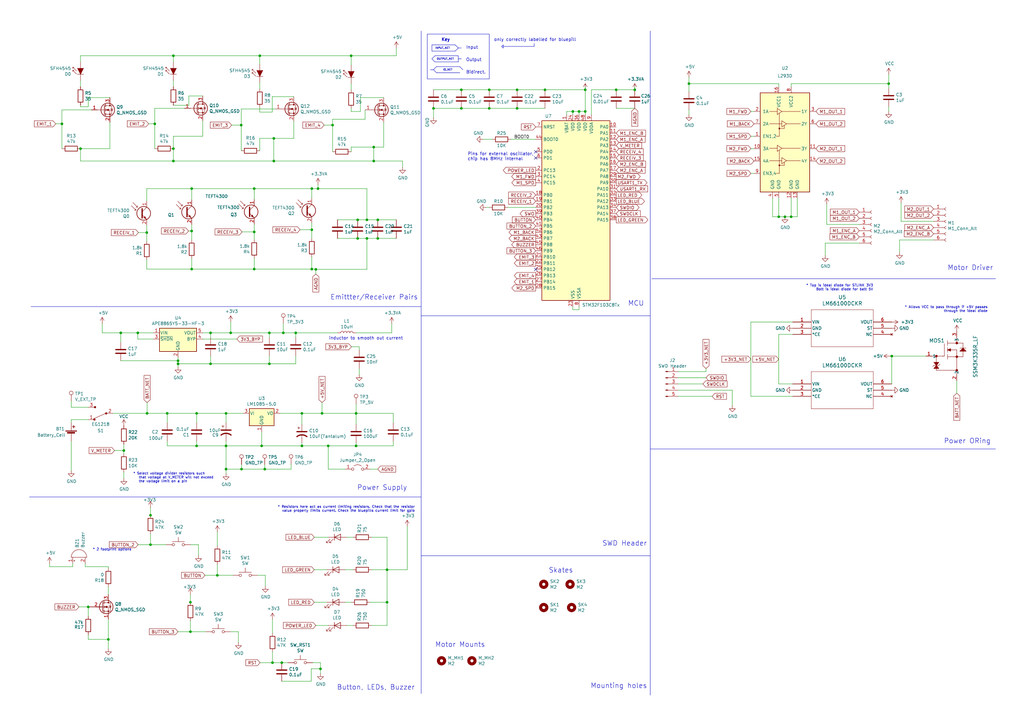
<source format=kicad_sch>
(kicad_sch (version 20231120) (generator "eeschema") (generator_version "8.0")
  (paper "A3")
  (junction (at 71.12 66.04))
  (junction (at 200.66 36.83))
  (junction (at 189.23 44.45))
  (junction (at 127.889 94.234))
  (junction (at 71.12 60.96))
  (junction (at 78.613 94.742))
  (junction (at 127.889 110.363))
  (junction (at 33.02 60.96))
  (junction (at 365.76 146.05))
  (junction (at 130.429 77.343))
  (junction (at 68.58 169.545))
  (junction (at 36.195 248.92))
  (junction (at 154.94 90.17))
  (junction (at 150.495 97.79))
  (junction (at 104.267 95.123))
  (junction (at 158.75 247.015))
  (junction (at 86.36 149.225))
  (junction (at 252.73 36.83))
  (junction (at 104.267 77.343))
  (junction (at 50.8 184.785))
  (junction (at 92.71 182.88))
  (junction (at 49.53 136.525))
  (junction (at 63.5 50.8))
  (junction (at 60.198 95.377))
  (junction (at 108.585 192.405))
  (junction (at 110.49 136.525))
  (junction (at 106.553 22.86))
  (junction (at 240.03 36.83))
  (junction (at 134.62 182.88))
  (junction (at 144.018 22.86))
  (junction (at 324.485 88.9))
  (junction (at 150.495 90.17))
  (junction (at 25.4 50.8))
  (junction (at 78.613 110.363))
  (junction (at 61.722 211.328))
  (junction (at 237.49 45.72))
  (junction (at 153.289 60.325))
  (junction (at 129.54 110.49))
  (junction (at 321.945 88.9))
  (junction (at 115.57 271.78))
  (junction (at 189.23 36.83))
  (junction (at 94.615 136.525))
  (junction (at 56.515 136.525))
  (junction (at 154.94 97.79))
  (junction (at 80.645 182.88))
  (junction (at 86.36 136.525))
  (junction (at 71.12 22.86))
  (junction (at 260.35 36.83))
  (junction (at 78.105 259.08))
  (junction (at 123.825 182.88))
  (junction (at 107.315 182.88))
  (junction (at 282.575 34.29))
  (junction (at 319.405 88.9))
  (junction (at 112.3068 66.04))
  (junction (at 146.685 97.79))
  (junction (at 158.75 233.68))
  (junction (at 200.66 44.45))
  (junction (at 136.398 51.308))
  (junction (at 89.154 235.966))
  (junction (at 44.45 262.255))
  (junction (at 78.105 247.015))
  (junction (at 78.613 77.343))
  (junction (at 364.49 34.29))
  (junction (at 146.05 169.545))
  (junction (at 112.3068 56.769))
  (junction (at 73.025 149.225))
  (junction (at 123.825 169.545))
  (junction (at 73.025 147.955))
  (junction (at 146.05 182.88))
  (junction (at 92.71 169.545))
  (junction (at 177.8 44.45))
  (junction (at 127.889 77.343))
  (junction (at 132.08 169.545))
  (junction (at 116.205 136.525))
  (junction (at 240.03 45.72))
  (junction (at 104.267 110.363))
  (junction (at 60.325 169.545))
  (junction (at 212.09 44.45))
  (junction (at 110.49 149.225))
  (junction (at 153.289 66.04))
  (junction (at 234.95 45.72))
  (junction (at 131.445 274.32))
  (junction (at 212.09 36.83))
  (junction (at 80.645 169.545))
  (junction (at 223.52 36.83))
  (junction (at 61.722 223.393))
  (junction (at 111.76 271.78))
  (junction (at 121.285 136.525))
  (junction (at 92.71 192.405))
  (junction (at 146.685 90.17))
  (junction (at 99.06 192.405))
  (junction (at 98.933 51.308))
  (no_connect (at 219.71 64.77))
  (no_connect (at 219.71 110.49))
  (no_connect (at 219.71 62.23))
  (wire (pts (xy 121.285 146.05) (xy 121.285 149.225)))
  (wire (pts (xy 252.73 36.83) (xy 260.35 36.83)))
  (wire (pts (xy 108.585 190.5) (xy 108.585 192.405)))
  (wire (pts (xy 80.645 173.355) (xy 80.645 169.545)))
  (wire (pts (xy 158.75 247.015) (xy 158.75 256.54)))
  (wire (pts (xy 36.83 248.92) (xy 36.195 248.92)))
  (wire (pts (xy 104.267 77.343) (xy 127.889 77.343)))
  (wire (pts (xy 161.29 180.975) (xy 161.29 182.88)))
  (polyline (pts (xy 266.7 129.54) (xy 172.72 129.54)))
  (wire (pts (xy 108.839 235.966) (xy 108.839 240.411)))
  (polyline (pts (xy 187.96 25.4) (xy 178.435 25.4)))
  (wire (pts (xy 36.195 248.92) (xy 32.385 248.92)))
  (wire (pts (xy 92.71 169.545) (xy 99.695 169.545)))
  (wire (pts (xy 45.085 60.96) (xy 33.02 60.96)))
  (wire (pts (xy 158.75 247.015) (xy 151.765 247.015)))
  (wire (pts (xy 144.78 233.68) (xy 141.605 233.68)))
  (wire (pts (xy 309.245 55.88) (xy 307.975 55.88)))
  (wire (pts (xy 105.664 235.966) (xy 108.839 235.966)))
  (wire (pts (xy 165.1 66.04) (xy 165.1 68.58)))
  (polyline (pts (xy 266.7 12.7) (xy 266.7 285.115)))
  (wire (pts (xy 134.62 182.88) (xy 123.825 182.88)))
  (wire (pts (xy 146.685 97.79) (xy 138.43 97.79)))
  (polyline (pts (xy 206.375 19.05) (xy 219.075 19.05)))
  (wire (pts (xy 83.185 39.37) (xy 77.47 39.37)))
  (wire (pts (xy 83.185 49.53) (xy 83.185 55.88)))
  (polyline (pts (xy 187.96 19.685) (xy 189.23 19.685)))
  (wire (pts (xy 110.49 136.525) (xy 116.205 136.525)))
  (wire (pts (xy 130.429 77.343) (xy 130.429 75.692)))
  (wire (pts (xy 104.267 95.123) (xy 104.267 98.298)))
  (wire (pts (xy 33.02 43.18) (xy 33.02 43.815)))
  (wire (pts (xy 319.405 88.9) (xy 321.945 88.9)))
  (wire (pts (xy 61.722 223.393) (xy 68.072 223.393)))
  (wire (pts (xy 111.76 259.715) (xy 111.76 254)))
  (wire (pts (xy 60.198 77.343) (xy 60.198 82.423)))
  (wire (pts (xy 50.8 184.785) (xy 50.8 186.055)))
  (wire (pts (xy 319.405 157.48) (xy 325.12 157.48)))
  (wire (pts (xy 60.198 77.343) (xy 78.613 77.343)))
  (wire (pts (xy 127.889 77.343) (xy 130.429 77.343)))
  (wire (pts (xy 144.78 220.345) (xy 142.24 220.345)))
  (wire (pts (xy 127.889 105.41) (xy 127.889 110.363)))
  (wire (pts (xy 92.71 182.88) (xy 80.645 182.88)))
  (wire (pts (xy 29.845 231.14) (xy 29.845 232.41)))
  (wire (pts (xy 36.195 167.005) (xy 29.21 167.005)))
  (wire (pts (xy 106.553 22.86) (xy 106.553 26.289)))
  (wire (pts (xy 89.154 231.521) (xy 89.154 235.966)))
  (wire (pts (xy 144.018 26.67) (xy 144.018 22.86)))
  (wire (pts (xy 200.66 85.09) (xy 199.39 85.09)))
  (wire (pts (xy 98.933 44.704) (xy 98.933 51.308)))
  (wire (pts (xy 115.57 271.78) (xy 111.76 271.78)))
  (wire (pts (xy 73.025 149.225) (xy 73.025 150.495)))
  (wire (pts (xy 36.195 43.815) (xy 33.02 43.815)))
  (wire (pts (xy 237.49 127) (xy 234.95 127)))
  (wire (pts (xy 98.933 51.308) (xy 98.933 61.849)))
  (wire (pts (xy 44.45 262.255) (xy 44.45 266.065)))
  (wire (pts (xy 232.41 45.72) (xy 234.95 45.72)))
  (wire (pts (xy 242.57 36.83) (xy 242.57 46.99)))
  (polyline (pts (xy 177.165 18.415) (xy 177.165 20.955)))
  (wire (pts (xy 78.105 243.84) (xy 78.105 247.015)))
  (polyline (pts (xy 172.72 12.7) (xy 172.72 284.48)))
  (wire (pts (xy 147.32 143.51) (xy 147.32 142.24)))
  (wire (pts (xy 134.62 182.88) (xy 134.62 192.405)))
  (wire (pts (xy 147.828 45.72) (xy 144.018 45.72)))
  (wire (pts (xy 278.13 160.02) (xy 300.355 160.02)))
  (wire (pts (xy 86.36 146.05) (xy 86.36 149.225)))
  (wire (pts (xy 29.21 172.085) (xy 29.21 173.355)))
  (wire (pts (xy 89.154 235.966) (xy 95.504 235.966)))
  (wire (pts (xy 94.996 51.308) (xy 98.933 51.308)))
  (wire (pts (xy 223.52 44.45) (xy 212.09 44.45)))
  (wire (pts (xy 111.633 39.624) (xy 120.523 39.624)))
  (wire (pts (xy 309.245 71.12) (xy 307.975 71.12)))
  (wire (pts (xy 83.185 55.88) (xy 71.12 55.88)))
  (wire (pts (xy 81.407 223.393) (xy 81.407 227.838)))
  (wire (pts (xy 146.05 169.545) (xy 161.29 169.545)))
  (wire (pts (xy 167.005 233.68) (xy 167.005 215.9)))
  (wire (pts (xy 49.53 140.335) (xy 49.53 136.525)))
  (polyline (pts (xy 172.72 203.835) (xy 12.065 203.835)))
  (wire (pts (xy 307.975 132.08) (xy 307.975 162.56)))
  (wire (pts (xy 104.267 91.948) (xy 104.267 95.123)))
  (wire (pts (xy 144.018 44.45) (xy 144.018 45.72)))
  (wire (pts (xy 46.355 169.545) (xy 60.325 169.545)))
  (wire (pts (xy 237.49 45.72) (xy 237.49 46.99)))
  (wire (pts (xy 157.353 60.325) (xy 153.289 60.325)))
  (wire (pts (xy 104.267 77.343) (xy 104.267 81.788)))
  (wire (pts (xy 201.93 57.15) (xy 198.12 57.15)))
  (wire (pts (xy 29.21 180.975) (xy 29.21 193.04)))
  (wire (pts (xy 36.195 262.255) (xy 44.45 262.255)))
  (wire (pts (xy 158.75 233.68) (xy 158.75 247.015)))
  (polyline (pts (xy 12.7 125.73) (xy 172.72 125.73)))
  (wire (pts (xy 161.29 169.545) (xy 161.29 173.355)))
  (wire (pts (xy 104.267 105.918) (xy 104.267 110.363)))
  (wire (pts (xy 86.36 149.225) (xy 73.025 149.225)))
  (wire (pts (xy 128.905 220.345) (xy 134.62 220.345)))
  (wire (pts (xy 324.485 34.29) (xy 364.49 34.29)))
  (wire (pts (xy 208.28 85.09) (xy 219.71 85.09)))
  (wire (pts (xy 240.03 36.83) (xy 240.03 45.72)))
  (wire (pts (xy 61.722 208.153) (xy 61.722 211.328)))
  (wire (pts (xy 20.32 232.41) (xy 20.32 231.14)))
  (wire (pts (xy 129.54 256.54) (xy 134.62 256.54)))
  (wire (pts (xy 44.45 243.84) (xy 44.45 240.665)))
  (wire (pts (xy 127.889 91.44) (xy 127.889 94.234)))
  (wire (pts (xy 278.13 154.94) (xy 289.56 154.94)))
  (wire (pts (xy 368.935 98.425) (xy 368.935 103.505)))
  (wire (pts (xy 127.635 279.4) (xy 127.635 274.32)))
  (wire (pts (xy 289.56 151.13) (xy 289.56 152.4)))
  (wire (pts (xy 327.025 88.9) (xy 324.485 88.9)))
  (wire (pts (xy 136.398 51.308) (xy 136.398 62.23)))
  (wire (pts (xy 147.828 40.005) (xy 147.828 45.72)))
  (wire (pts (xy 138.43 90.17) (xy 146.685 90.17)))
  (wire (pts (xy 111.633 45.974) (xy 111.633 39.624)))
  (wire (pts (xy 282.575 46.99) (xy 282.575 45.085)))
  (wire (pts (xy 160.655 136.525) (xy 146.05 136.525)))
  (wire (pts (xy 154.94 97.79) (xy 150.495 97.79)))
  (wire (pts (xy 78.232 223.393) (xy 81.407 223.393)))
  (wire (pts (xy 324.485 34.29) (xy 324.485 35.56)))
  (wire (pts (xy 149.733 45.085) (xy 149.733 48.895)))
  (wire (pts (xy 316.865 81.28) (xy 316.865 88.9)))
  (wire (pts (xy 309.245 60.96) (xy 307.975 60.96)))
  (wire (pts (xy 34.925 232.41) (xy 34.925 231.14)))
  (wire (pts (xy 144.78 256.54) (xy 142.24 256.54)))
  (wire (pts (xy 382.905 90.805) (xy 369.57 90.805)))
  (wire (pts (xy 154.94 192.405) (xy 151.765 192.405)))
  (wire (pts (xy 33.02 60.96) (xy 33.02 66.04)))
  (wire (pts (xy 33.02 33.02) (xy 33.02 35.56)))
  (wire (pts (xy 154.94 90.17) (xy 162.56 90.17)))
  (wire (pts (xy 83.185 139.065) (xy 97.155 139.065)))
  (wire (pts (xy 110.49 146.05) (xy 110.49 149.225)))
  (wire (pts (xy 200.66 44.45) (xy 189.23 44.45)))
  (wire (pts (xy 232.41 46.99) (xy 232.41 45.72)))
  (wire (pts (xy 234.95 45.72) (xy 234.95 46.99)))
  (polyline (pts (xy 267.335 114.3) (xy 408.305 114.3)))
  (wire (pts (xy 78.613 92.075) (xy 78.613 94.742)))
  (polyline (pts (xy 408.305 184.15) (xy 266.7 184.15)))
  (wire (pts (xy 200.66 36.83) (xy 212.09 36.83)))
  (wire (pts (xy 44.45 233.045) (xy 44.45 232.41)))
  (wire (pts (xy 25.4 50.8) (xy 25.4 60.96)))
  (wire (pts (xy 127.889 110.363) (xy 129.54 110.363)))
  (wire (pts (xy 144.018 22.86) (xy 162.56 22.86)))
  (wire (pts (xy 327.025 81.28) (xy 327.025 88.9)))
  (wire (pts (xy 33.02 66.04) (xy 71.12 66.04)))
  (wire (pts (xy 78.613 77.343) (xy 104.267 77.343)))
  (wire (pts (xy 92.71 192.405) (xy 99.06 192.405)))
  (wire (pts (xy 138.43 136.525) (xy 121.285 136.525)))
  (wire (pts (xy 152.4 220.345) (xy 158.75 220.345)))
  (wire (pts (xy 127.635 274.32) (xy 131.445 274.32)))
  (wire (pts (xy 89.154 223.901) (xy 89.154 218.186)))
  (wire (pts (xy 92.71 182.88) (xy 92.71 180.975)))
  (wire (pts (xy 99.314 95.123) (xy 104.267 95.123)))
  (wire (pts (xy 237.49 45.72) (xy 240.03 45.72)))
  (wire (pts (xy 120.523 56.769) (xy 112.3068 56.769)))
  (wire (pts (xy 189.23 44.45) (xy 177.8 44.45)))
  (wire (pts (xy 307.975 162.56) (xy 325.12 162.56)))
  (wire (pts (xy 60.96 50.8) (xy 63.5 50.8)))
  (wire (pts (xy 112.3068 56.769) (xy 112.3068 66.04)))
  (wire (pts (xy 75.565 44.45) (xy 63.5 44.45)))
  (polyline (pts (xy 177.165 18.415) (xy 186.69 18.415)))
  (wire (pts (xy 92.71 173.355) (xy 92.71 169.545)))
  (wire (pts (xy 60.325 169.545) (xy 68.58 169.545)))
  (wire (pts (xy 60.198 95.377) (xy 60.198 98.933)))
  (wire (pts (xy 56.515 139.065) (xy 62.865 139.065)))
  (wire (pts (xy 152.4 233.68) (xy 158.75 233.68)))
  (wire (pts (xy 144.145 247.015) (xy 141.605 247.015)))
  (wire (pts (xy 29.845 232.41) (xy 20.32 232.41)))
  (wire (pts (xy 73.025 147.955) (xy 73.025 149.225)))
  (wire (pts (xy 112.903 44.704) (xy 98.933 44.704)))
  (wire (pts (xy 36.195 40.005) (xy 36.195 43.815)))
  (wire (pts (xy 150.495 97.79) (xy 150.495 110.49)))
  (wire (pts (xy 50.8 184.785) (xy 46.99 184.785)))
  (wire (pts (xy 22.86 50.8) (xy 25.4 50.8)))
  (wire (pts (xy 177.8 44.45) (xy 177.8 48.26)))
  (polyline (pts (xy 177.165 20.955) (xy 186.69 20.955)))
  (wire (pts (xy 71.12 66.04) (xy 112.3068 66.04)))
  (wire (pts (xy 118.11 271.78) (xy 115.57 271.78)))
  (wire (pts (xy 146.685 90.17) (xy 150.495 90.17)))
  (wire (pts (xy 60.198 106.553) (xy 60.198 110.363)))
  (polyline (pts (xy 188.595 27.305) (xy 179.07 27.305)))
  (wire (pts (xy 189.23 36.83) (xy 200.66 36.83)))
  (wire (pts (xy 129.54 110.363) (xy 129.54 110.49)))
  (wire (pts (xy 153.289 66.04) (xy 165.1 66.04)))
  (wire (pts (xy 324.485 88.9) (xy 321.945 88.9)))
  (wire (pts (xy 278.13 152.4) (xy 289.56 152.4)))
  (wire (pts (xy 364.49 36.195) (xy 364.49 34.29)))
  (wire (pts (xy 71.12 55.88) (xy 71.12 60.96)))
  (wire (pts (xy 83.185 136.525) (xy 86.36 136.525)))
  (wire (pts (xy 177.8 36.83) (xy 189.23 36.83)))
  (wire (pts (xy 131.445 274.32) (xy 131.445 271.78)))
  (wire (pts (xy 86.36 149.225) (xy 110.49 149.225)))
  (wire (pts (xy 234.95 45.72) (xy 237.49 45.72)))
  (wire (pts (xy 147.32 151.13) (xy 147.32 153.67)))
  (wire (pts (xy 128.905 247.015) (xy 133.985 247.015)))
  (wire (pts (xy 50.8 182.245) (xy 50.8 184.785)))
  (wire (pts (xy 80.645 182.88) (xy 80.645 180.975)))
  (wire (pts (xy 110.49 149.225) (xy 121.285 149.225)))
  (wire (pts (xy 116.205 132.715) (xy 116.205 136.525)))
  (wire (pts (xy 78.613 77.343) (xy 78.613 81.915)))
  (wire (pts (xy 116.205 136.525) (xy 121.285 136.525)))
  (wire (pts (xy 152.4 256.54) (xy 158.75 256.54)))
  (wire (pts (xy 80.645 169.545) (xy 92.71 169.545)))
  (wire (pts (xy 106.553 33.909) (xy 106.553 36.449)))
  (wire (pts (xy 260.35 35.56) (xy 260.35 36.83)))
  (wire (pts (xy 78.105 247.015) (xy 78.105 247.142)))
  (wire (pts (xy 86.36 136.525) (xy 94.615 136.525)))
  (wire (pts (xy 365.76 146.05) (xy 379.73 146.05)))
  (wire (pts (xy 146.05 169.545) (xy 146.05 165.735)))
  (wire (pts (xy 157.353 40.005) (xy 147.828 40.005)))
  (wire (pts (xy 33.02 22.86) (xy 33.02 25.4)))
  (wire (pts (xy 324.485 81.28) (xy 324.485 88.9)))
  (wire (pts (xy 368.935 98.425) (xy 382.905 98.425)))
  (wire (pts (xy 108.585 192.405) (xy 119.38 192.405)))
  (wire (pts (xy 36.195 260.35) (xy 36.195 262.255)))
  (wire (pts (xy 128.27 271.78) (xy 131.445 271.78)))
  (wire (pts (xy 146.05 182.88) (xy 134.62 182.88)))
  (wire (pts (xy 92.71 182.88) (xy 107.315 182.88)))
  (wire (pts (xy 364.49 34.29) (xy 364.49 30.48)))
  (wire (pts (xy 134.62 192.405) (xy 141.605 192.405)))
  (polyline (pts (xy 219.075 17.78) (xy 219.075 19.05)))
  (wire (pts (xy 94.615 136.525) (xy 110.49 136.525)))
  (wire (pts (xy 307.975 45.72) (xy 309.245 45.72)))
  (wire (pts (xy 130.429 77.343) (xy 150.495 77.343)))
  (wire (pts (xy 392.43 161.29) (xy 392.43 156.21)))
  (wire (pts (xy 146.05 181.61) (xy 146.05 182.88)))
  (wire (pts (xy 68.58 173.355) (xy 68.58 169.545)))
  (polyline (pts (xy 206.375 18.415) (xy 206.375 19.685)))
  (wire (pts (xy 36.195 172.085) (xy 29.21 172.085)))
  (wire (pts (xy 252.73 44.45) (xy 260.35 44.45)))
  (wire (pts (xy 44.45 232.41) (xy 34.925 232.41)))
  (wire (pts (xy 25.4 45.085) (xy 37.465 45.085)))
  (wire (pts (xy 71.12 33.02) (xy 71.12 35.56)))
  (wire (pts (xy 132.08 169.545) (xy 132.08 165.1)))
  (wire (pts (xy 89.154 235.966) (xy 84.074 235.966)))
  (wire (pts (xy 352.425 92.075) (xy 339.09 92.075)))
  (wire (pts (xy 45.085 40.005) (xy 36.195 40.005)))
  (wire (pts (xy 120.523 49.784) (xy 120.523 56.769)))
  (wire (pts (xy 131.445 276.225) (xy 131.445 274.32)))
  (wire (pts (xy 160.655 132.715) (xy 160.655 136.525)))
  (wire (pts (xy 77.47 39.37) (xy 77.47 43.18)))
  (wire (pts (xy 78.613 94.742) (xy 78.613 98.425)))
  (wire (pts (xy 61.722 223.393) (xy 56.642 223.393)))
  (wire (pts (xy 212.09 36.83) (xy 223.52 36.83)))
  (wire (pts (xy 234.95 127) (xy 234.95 125.73)))
  (wire (pts (xy 119.38 192.405) (xy 119.38 190.5)))
  (wire (pts (xy 161.29 182.88) (xy 146.05 182.88)))
  (wire (pts (xy 99.06 190.5) (xy 99.06 192.405)))
  (wire (pts (xy 242.57 36.83) (xy 252.73 36.83)))
  (wire (pts (xy 115.57 279.4) (xy 127.635 279.4)))
  (wire (pts (xy 369.57 90.805) (xy 369.57 83.185)))
  (wire (pts (xy 162.56 22.86) (xy 162.56 19.685)))
  (wire (pts (xy 150.495 90.17) (xy 154.94 90.17)))
  (polyline (pts (xy 188.595 29.845) (xy 179.07 29.845)))
  (wire (pts (xy 162.56 97.79) (xy 154.94 97.79)))
  (wire (pts (xy 56.515 136.525) (xy 49.53 136.525)))
  (wire (pts (xy 73.025 146.685) (xy 73.025 147.955)))
  (wire (pts (xy 123.825 169.545) (xy 123.825 173.99)))
  (wire (pts (xy 45.085 50.165) (xy 45.085 60.96)))
  (wire (pts (xy 127.889 94.234) (xy 127.889 97.79)))
  (wire (pts (xy 338.455 99.695) (xy 338.455 104.775)))
  (wire (pts (xy 111.76 271.78) (xy 106.68 271.78)))
  (wire (pts (xy 78.105 259.08) (xy 84.455 259.08)))
  (wire (pts (xy 49.53 147.955) (xy 73.025 147.955)))
  (wire (pts (xy 68.58 180.975) (xy 68.58 182.88)))
  (wire (pts (xy 99.06 192.405) (xy 108.585 192.405)))
  (wire (pts (xy 319.405 137.16) (xy 325.12 137.16)))
  (wire (pts (xy 157.353 50.165) (xy 157.353 60.325)))
  (wire (pts (xy 112.3068 56.769) (xy 106.553 56.769)))
  (wire (pts (xy 44.45 254) (xy 44.45 262.255)))
  (wire (pts (xy 150.495 110.49) (xy 129.54 110.49)))
  (wire (pts (xy 94.615 259.08) (xy 97.79 259.08)))
  (wire (pts (xy 144.018 34.29) (xy 144.018 36.83)))
  (wire (pts (xy 316.865 88.9) (xy 319.405 88.9)))
  (wire (pts (xy 123.825 182.88) (xy 107.315 182.88)))
  (wire (pts (xy 153.289 60.325) (xy 153.289 66.04)))
  (polyline (pts (xy 187.96 24.13) (xy 189.23 24.13)))
  (wire (pts (xy 56.515 136.525) (xy 56.515 139.065)))
  (wire (pts (xy 78.613 106.045) (xy 78.613 110.363)))
  (wire (pts (xy 107.315 182.88) (xy 107.315 177.165)))
  (wire (pts (xy 60.198 110.363) (xy 78.613 110.363)))
  (polyline (pts (xy 187.96 25.4) (xy 187.96 22.86)))
  (wire (pts (xy 25.4 45.085) (xy 25.4 50.8)))
  (wire (pts (xy 307.975 132.08) (xy 325.12 132.08)))
  (wire (pts (xy 104.267 110.363) (xy 127.889 110.363)))
  (wire (pts (xy 223.52 36.83) (xy 240.03 36.83)))
  (wire (pts (xy 112.3068 66.04) (xy 153.289 66.04)))
  (wire (pts (xy 97.79 259.08) (xy 97.79 263.525)))
  (wire (pts (xy 282.575 34.29) (xy 282.575 31.75)))
  (wire (pts (xy 41.91 136.525) (xy 41.91 132.715)))
  (wire (pts (xy 146.05 169.545) (xy 146.05 173.99)))
  (wire (pts (xy 282.575 34.29) (xy 319.405 34.29)))
  (wire (pts (xy 63.5 50.8) (xy 63.5 60.96)))
  (wire (pts (xy 71.12 22.86) (xy 106.553 22.86)))
  (wire (pts (xy 94.615 136.525) (xy 94.615 132.08)))
  (wire (pts (xy 106.553 56.769) (xy 106.553 61.849)))
  (polyline (pts (xy 187.96 22.86) (xy 178.435 22.86)))
  (wire (pts (xy 29.21 167.005) (xy 29.21 164.465)))
  (wire (pts (xy 319.405 35.56) (xy 319.405 34.29)))
  (wire (pts (xy 339.09 92.075) (xy 339.09 83.82)))
  (wire (pts (xy 78.105 259.08) (xy 73.025 259.08)))
  (wire (pts (xy 212.09 44.45) (xy 200.66 44.45)))
  (wire (pts (xy 158.75 233.68) (xy 167.005 233.68)))
  (wire (pts (xy 60.325 165.1) (xy 60.325 169.545)))
  (wire (pts (xy 111.76 267.335) (xy 111.76 271.78)))
  (wire (pts (xy 364.49 45.72) (xy 364.49 43.815)))
  (wire (pts (xy 36.195 252.73) (xy 36.195 248.92)))
  (wire (pts (xy 61.722 211.328) (xy 61.722 211.455)))
  (wire (pts (xy 150.495 97.79) (xy 146.685 97.79)))
  (wire (pts (xy 278.13 157.48) (xy 288.29 157.48)))
  (wire (pts (xy 144.018 60.325) (xy 144.018 62.23)))
  (wire (pts (xy 128.905 233.68) (xy 133.985 233.68)))
  (wire (pts (xy 240.03 35.56) (xy 240.03 36.83)))
  (wire (pts (xy 132.969 51.308) (xy 136.398 51.308)))
  (wire (pts (xy 68.58 169.545) (xy 80.645 169.545)))
  (wire (pts (xy 80.645 182.88) (xy 68.58 182.88)))
  (wire (pts (xy 123.825 169.545) (xy 132.08 169.545)))
  (wire (pts (xy 63.5 44.45) (xy 63.5 50.8)))
  (wire (pts (xy 338.455 99.695) (xy 352.425 99.695)))
  (wire (pts (xy 106.553 44.069) (xy 106.553 45.974)))
  (wire (pts (xy 237.49 127) (xy 237.49 125.73)))
  (wire (pts (xy 150.495 77.343) (xy 150.495 90.17)))
  (wire (pts (xy 71.12 22.86) (xy 33.02 22.86)))
  (wire (pts (xy 78.613 110.363) (xy 104.267 110.363)))
  (wire (pts (xy 71.12 22.86) (xy 71.12 25.4)))
  (wire (pts (xy 121.285 138.43) (xy 121.285 136.525)))
  (wire (pts (xy 71.12 60.96) (xy 71.12 66.04)))
  (wire (pts (xy 123.825 181.61) (xy 123.825 182.88)))
  (wire (pts (xy 365.76 146.05) (xy 365.76 157.48)))
  (wire (pts (xy 50.8 193.675) (xy 50.8 196.215)))
  (wire (pts (xy 78.105 254.635) (xy 78.105 259.08)))
  (wire (pts (xy 77.343 94.742) (xy 78.613 94.742)))
  (wire (pts (xy 136.398 48.895) (xy 136.398 51.308)))
  (wire (pts (xy 278.13 162.56) (xy 292.1 162.56)))
  (wire (pts (xy 114.935 169.545) (xy 123.825 169.545)))
  (wire (pts (xy 106.553 22.86) (xy 144.018 22.86)))
  (wire (pts (xy 62.865 136.525) (xy 56.515 136.525)))
  (wire (pts (xy 49.53 136.525) (xy 41.91 136.525)))
  (wire (pts (xy 92.71 182.88) (xy 92.71 192.405)))
  (wire (pts (xy 158.75 220.345) (xy 158.75 233.68)))
  (wire (pts (xy 282.575 37.465) (xy 282.575 34.29)))
  (polyline (pts (xy 176.53 28.575) (xy 177.8 28.575)))
  (wire (pts (xy 110.49 138.43) (xy 110.49 136.525)))
  (wire (pts (xy 86.36 138.43) (xy 86.36 136.525)))
  (wire (pts (xy 123.063 94.234) (xy 127.889 94.234)))
  (wire (pts (xy 319.405 81.28) (xy 319.405 88.9)))
  (wire (pts (xy 153.289 60.325) (xy 144.018 60.325)))
  (wire (pts (xy 319.405 137.16) (xy 319.405 157.48)))
  (wire (pts (xy 106.553 45.974) (xy 111.633 45.974)))
  (wire (pts (xy 61.722 218.948) (xy 61.722 223.393)))
  (wire (pts (xy 127.889 77.343) (xy 127.889 81.28)))
  (wire (pts (xy 129.54 110.49) (xy 129.54 112.395)))
  (wire (pts (xy 60.198 92.583) (xy 60.198 95.377)))
  (wire (pts (xy 209.55 57.15) (xy 219.71 57.15)))
  (wire (pts (xy 77.47 43.18) (xy 71.12 43.18)))
  (wire (pts (xy 240.03 45.72) (xy 240.03 46.99)))
  (polyline (pts (xy 266.7 227.965) (xy 172.72 227.965)))
  (wire (pts (xy 92.71 192.405) (xy 92.71 194.31)))
  (wire (pts (xy 132.08 169.545) (xy 146.05 169.545)))
  (wire (pts (xy 365.125 146.05) (xy 365.76 146.05)))
  (wire (pts (xy 300.355 160.02) (xy 300.355 166.37)))
  (wire (pts (xy 56.769 95.377) (xy 60.198 95.377)))
  (wire (pts (xy 149.733 48.895) (xy 136.398 48.895)))
  (wire (pts (xy 147.32 142.24) (xy 144.145 142.24)))
  (arc (start 188.56 27.345) (mid 189.2055 27.9695) (end 189.83 28.615))
  (arc (start 177.165 24.13) (mid 177.7837 23.4787) (end 178.435 22.86))
  (arc (start 186.69 18.415) (mid 187.3356 19.0394) (end 187.96 19.685))
  (arc (start 206.375 18.415) (mid 206.0642 18.7392) (end 205.74 19.05))
  (arc (start 178.435 25.4) (mid 177.7806 24.7844) (end 177.165 24.13))
  (arc (start 177.8 28.575) (mid 178.4187 27.9237) (end 179.07 27.305))
  (arc (start 206.375 19.685) (mid 206.0519 19.3731) (end 205.74 19.05))
  (rectangle (start 175.26 13.97) (end 200.66 32.385))
  (arc (start 179.07 29.845) (mid 178.4156 29.2294) (end 177.8 28.575))
  (arc (start 187.96 19.685) (mid 187.3375 20.3325) (end 186.69 20.955))
  (text "Pins for external oscillator,\nchip has 8MHz internal" (at 191.77 66.04 0) (effects (font (size 1.27 1.27)) (justify left bottom)))
  (text "Mounting holes" (at 265.43 282.575 0) (effects (font (size 2.0066 2.0066)) (justify right bottom)))
  (text "Output\n" (at 191.135 25.4 0) (effects (font (size 1.27 1.27)) (justify left bottom)))
  (text "IO_NET" (at 181.61 29.21 0) (effects (font (size 0.762 0.762)) (justify left bottom)))
  (text "Power ORing\n\n" (at 406.4 185.42 0) (effects (font (size 2.0066 2.0066)) (justify right bottom)))
  (text "Input" (at 191.135 20.32 0) (effects (font (size 1.27 1.27)) (justify left bottom)))
  (text "inductor to smooth out current" (at 134.874 139.573 0) (effects (font (size 1.27 1.27)) (justify left bottom)))
  (text "* 2 footprint options" (at 53.975 226.06 0) (effects (font (size 0.9906 0.9906)) (justify right bottom)))
  (text "* Top is ideal diode for STLINK 3V3\nBott is ideal diode for batt 5V" (at 358.14 119.38 0) (effects (font (size 0.9906 0.9906)) (justify right bottom)))
  (text "Motor Driver" (at 388.62 111.125 0) (effects (font (size 2.0066 2.0066)) (justify left bottom)))
  (text "* Allows VCC to pass through if +5V passes\nthrough the ideal diode" (at 405.13 128.27 0) (effects (font (size 0.9906 0.9906)) (justify right bottom)))
  (text "Emittter/Receiver Pairs" (at 171.45 123.19 0) (effects (font (size 2.0066 2.0066)) (justify right bottom)))
  (text "* Resistors here act as current limiting resistors. Check that the resistor\n  value properly limits current. Check the bluepills current limit for gpio" (at 170.18 210.185 0) (effects (font (size 0.9906 0.9906)) (justify right bottom)))
  (text "Bidirect." (at 191.135 30.48 0) (effects (font (size 1.27 1.27)) (justify left bottom)))
  (text "MCU" (at 264.16 125.73 0) (effects (font (size 2.0066 2.0066)) (justify right bottom)))
  (text "OUTPUT_NET" (at 179.07 24.765 0) (effects (font (size 0.762 0.762)) (justify left bottom)))
  (text "SWD Header" (at 247.015 224.155 0) (effects (font (size 2.0066 2.0066)) (justify left bottom)))
  (text "only correctly labelled for bluepill" (at 202.565 17.145 0) (effects (font (size 1.27 1.27)) (justify left bottom)))
  (text "* Select voltage divider resistors such\n   that voltage at V_METER will not exceed\n   the voltage limit on a pin" (at 54.61 198.12 0) (effects (font (size 0.9906 0.9906)) (justify left bottom)))
  (text "Motor Mounts" (at 199.009 265.684 0) (effects (font (size 2.0066 2.0066)) (justify right bottom)))
  (text "Button, LEDs, Buzzer" (at 170.18 283.21 0) (effects (font (size 2.0066 2.0066)) (justify right bottom)))
  (text "Skates" (at 235.077 235.204 0) (effects (font (size 2.0066 2.0066)) (justify right bottom)))
  (text "Power Supply" (at 167.005 201.295 0) (effects (font (size 2.0066 2.0066)) (justify right bottom)))
  (text "Key" (at 180.975 17.145 0) (effects (font (size 1.27 1.27) (thickness 0.254) (bold yes)) (justify left bottom)))
  (text "INPUT_NET" (at 178.435 20.32 0) (effects (font (size 0.762 0.762)) (justify left bottom)))
  (label "BOOT0" (at 210.82 57.15 0))
  (global_label "+5V_NET" (shape input) (at 132.08 165.1 90) (property "Intersheetrefs" "${INTERSHEET_REFS}" (effects (hide yes))))
  (global_label "3V3_BYP" (shape input) (at 97.155 139.065 0) (property "Intersheetrefs" "${INTERSHEET_REFS}" (effects (hide yes))))
  (global_label "RECEIV_2" (shape input) (at 77.343 94.742 180) (property "Intersheetrefs" "${INTERSHEET_REFS}" (effects (hide yes))))
  (global_label "+3V3_NET" (shape input) (at 307.975 147.32 180) (property "Intersheetrefs" "${INTERSHEET_REFS}" (effects (hide yes))))
  (global_label "M2_ENC_A" (shape input) (at 252.73 69.85 0) (property "Intersheetrefs" "${INTERSHEET_REFS}" (effects (hide yes))))
  (global_label "M1_ENC_A" (shape input) (at 252.73 57.15 0) (property "Intersheetrefs" "${INTERSHEET_REFS}" (effects (hide yes))))
  (global_label "M1_BACK" (shape output) (at 219.71 95.25 180) (property "Intersheetrefs" "${INTERSHEET_REFS}" (effects (hide yes))))
  (global_label "AGND" (shape input) (at 129.54 112.395 270) (property "Intersheetrefs" "${INTERSHEET_REFS}" (effects (hide yes))))
  (global_label "M2_OUT_1" (shape input) (at 334.645 60.96 0) (property "Intersheetrefs" "${INTERSHEET_REFS}" (effects (hide yes))))
  (global_label "EMIT_3" (shape input) (at 94.996 51.308 180) (property "Intersheetrefs" "${INTERSHEET_REFS}" (effects (hide yes))))
  (global_label "M1_ENC_B" (shape input) (at 352.425 97.155 180) (property "Intersheetrefs" "${INTERSHEET_REFS}" (effects (hide yes))))
  (global_label "RECEIV_3" (shape input) (at 252.73 64.77 0) (property "Intersheetrefs" "${INTERSHEET_REFS}" (effects (hide yes))))
  (global_label "SWDCLK" (shape input) (at 252.73 87.63 0) (property "Intersheetrefs" "${INTERSHEET_REFS}" (effects (hide yes))))
  (global_label "USART1_TX" (shape output) (at 252.73 74.93 0) (property "Intersheetrefs" "${INTERSHEET_REFS}" (effects (hide yes))))
  (global_label "BUZZER" (shape output) (at 219.71 100.33 180) (property "Intersheetrefs" "${INTERSHEET_REFS}" (effects (hide yes))))
  (global_label "RECEIV_4" (shape input) (at 252.73 62.23 0) (property "Intersheetrefs" "${INTERSHEET_REFS}" (effects (hide yes))))
  (global_label "M1_OUT_1" (shape input) (at 334.645 45.72 0) (property "Intersheetrefs" "${INTERSHEET_REFS}" (effects (hide yes))))
  (global_label "M2_BACK" (shape input) (at 309.245 66.04 180) (property "Intersheetrefs" "${INTERSHEET_REFS}" (effects (hide yes))))
  (global_label "M2_SPD" (shape input) (at 307.975 71.12 180) (property "Intersheetrefs" "${INTERSHEET_REFS}" (effects (hide yes))))
  (global_label "EMIT_1" (shape input) (at 22.86 50.8 180) (property "Intersheetrefs" "${INTERSHEET_REFS}" (effects (hide yes))))
  (global_label "SWDCLK" (shape input) (at 288.29 157.48 0) (property "Intersheetrefs" "${INTERSHEET_REFS}" (effects (hide yes))))
  (global_label "BATT_NET" (shape input) (at 60.325 165.1 90) (property "Intersheetrefs" "${INTERSHEET_REFS}" (effects (hide yes))))
  (global_label "M1_BACK" (shape input) (at 309.245 50.8 180) (property "Intersheetrefs" "${INTERSHEET_REFS}" (effects (hide yes))))
  (global_label "M2_ENC_A" (shape input) (at 382.905 93.345 180) (property "Intersheetrefs" "${INTERSHEET_REFS}" (effects (hide yes))))
  (global_label "BUTTON_3" (shape input) (at 73.025 259.08 180) (property "Intersheetrefs" "${INTERSHEET_REFS}" (effects (hide yes))))
  (global_label "RECEIV_4" (shape input) (at 123.063 94.234 180) (property "Intersheetrefs" "${INTERSHEET_REFS}" (effects (hide yes))))
  (global_label "M1_ENC_B" (shape input) (at 252.73 54.61 0) (property "Intersheetrefs" "${INTERSHEET_REFS}" (effects (hide yes))))
  (global_label "+5V_NET" (shape input) (at 319.405 147.32 180) (property "Intersheetrefs" "${INTERSHEET_REFS}" (effects (hide yes))))
  (global_label "M1_OUT_2" (shape input) (at 352.425 89.535 180) (property "Intersheetrefs" "${INTERSHEET_REFS}" (effects (hide yes))))
  (global_label "M2_ENC_B" (shape input) (at 382.905 95.885 180) (property "Intersheetrefs" "${INTERSHEET_REFS}" (effects (hide yes))))
  (global_label "M1_OUT_1" (shape input) (at 352.425 86.995 180) (property "Intersheetrefs" "${INTERSHEET_REFS}" (effects (hide yes))))
  (global_label "RST" (shape input) (at 292.1 162.56 0) (property "Intersheetrefs" "${INTERSHEET_REFS}" (effects (hide yes))))
  (global_label "M1_FWD" (shape output) (at 219.71 72.39 180) (property "Intersheetrefs" "${INTERSHEET_REFS}" (effects (hide yes))))
  (global_label "RECEIV_2" (shape input) (at 219.71 80.01 180) (property "Intersheetrefs" "${INTERSHEET_REFS}" (effects (hide yes))))
  (global_label "RST" (shape input) (at 219.71 52.07 180) (property "Intersheetrefs" "${INTERSHEET_REFS}" (effects (hide yes))))
  (global_label "+3V3_NET" (shape input) (at 289.56 151.13 90) (property "Intersheetrefs" "${INTERSHEET_REFS}" (effects (hide yes))))
  (global_label "M2_OUT_1" (shape input) (at 382.905 85.725 180) (property "Intersheetrefs" "${INTERSHEET_REFS}" (effects (hide yes))))
  (global_label "BUTTON_2" (shape input) (at 219.71 92.71 180) (property "Intersheetrefs" "${INTERSHEET_REFS}" (effects (hide yes))))
  (global_label "M2_OUT_2" (shape input) (at 334.645 66.04 0) (property "Intersheetrefs" "${INTERSHEET_REFS}" (effects (hide yes))))
  (global_label "POWER_LED" (shape output) (at 219.71 69.85 180) (property "Intersheetrefs" "${INTERSHEET_REFS}" (effects (hide yes))))
  (global_label "LED_GREEN" (shape input) (at 128.905 233.68 180) (property "Intersheetrefs" "${INTERSHEET_REFS}" (effects (hide yes))))
  (global_label "SWO" (shape output) (at 219.71 87.63 180) (property "Intersheetrefs" "${INTERSHEET_REFS}" (effects (hide yes))))
  (global_label "M1_SPD" (shape output) (at 219.71 74.93 180) (property "Intersheetrefs" "${INTERSHEET_REFS}" (effects (hide yes))))
  (global_label "LED_RED" (shape output) (at 252.73 80.01 0) (property "Intersheetrefs" "${INTERSHEET_REFS}" (effects (hide yes))))
  (global_label "BUZZER" (shape input) (at 32.385 248.92 180) (property "Intersheetrefs" "${INTERSHEET_REFS}" (effects (hide yes))))
  (global_label "LED_GREEN" (shape output) (at 252.73 90.17 0) (property "Intersheetrefs" "${INTERSHEET_REFS}" (effects (hide yes))))
  (global_label "EMIT_4" (shape input) (at 132.969 51.308 180) (property "Intersheetrefs" "${INTERSHEET_REFS}" (effects (hide yes))))
  (global_label "EMIT_2" (shape input) (at 60.96 50.8 180) (property "Intersheetrefs" "${INTERSHEET_REFS}" (effects (hide yes))))
  (global_label "EMIT_3" (shape output) (at 219.71 105.41 180) (property "Intersheetrefs" "${INTERSHEET_REFS}" (effects (hide yes))))
  (global_label "USART1_RX" (shape input) (at 252.73 77.47 0) (property "Intersheetrefs" "${INTERSHEET_REFS}" (effects (hide yes))))
  (global_label "BUTTON" (shape input) (at 219.71 90.17 180) (property "Intersheetrefs" "${INTERSHEET_REFS}" (effects (hide yes))))
  (global_label "EMIT_2" (shape output) (at 219.71 107.95 180) (property "Intersheetrefs" "${INTERSHEET_REFS}" (effects (hide yes))))
  (global_label "M2_BACK" (shape output) (at 219.71 97.79 180) (property "Intersheetrefs" "${INTERSHEET_REFS}" (effects (hide yes))))
  (global_label "POWER_LED" (shape input) (at 129.54 256.54 180) (property "Intersheetrefs" "${INTERSHEET_REFS}" (effects (hide yes))))
  (global_label "M1_OUT_2" (shape input) (at 334.645 50.8 0) (property "Intersheetrefs" "${INTERSHEET_REFS}" (effects (hide yes))))
  (global_label "LED_BLUE" (shape output) (at 252.73 82.55 0) (property "Intersheetrefs" "${INTERSHEET_REFS}" (effects (hide yes))))
  (global_label "M2_ENC_B" (shape input) (at 252.73 67.31 0) (property "Intersheetrefs" "${INTERSHEET_REFS}" (effects (hide yes))))
  (global_label "M1_ENC_A" (shape input) (at 352.425 94.615 180) (property "Intersheetrefs" "${INTERSHEET_REFS}" (effects (hide yes))))
  (global_label "RECEIV_1" (shape input) (at 219.71 82.55 180) (property "Intersheetrefs" "${INTERSHEET_REFS}" (effects (hide yes))))
  (global_label "BUTTON" (shape input) (at 84.074 235.966 180) (property "Intersheetrefs" "${INTERSHEET_REFS}" (effects (hide yes))))
  (global_label "SWDIO" (shape bidirectional) (at 252.73 85.09 0) (property "Intersheetrefs" "${INTERSHEET_REFS}" (effects (hide yes))))
  (global_label "EMIT_4" (shape output) (at 219.71 113.03 180) (property "Intersheetrefs" "${INTERSHEET_REFS}" (effects (hide yes))))
  (global_label "LED_BLUE" (shape input) (at 128.905 220.345 180) (property "Intersheetrefs" "${INTERSHEET_REFS}" (effects (hide yes))))
  (global_label "EMIT_1" (shape output) (at 219.71 115.57 180) (property "Intersheetrefs" "${INTERSHEET_REFS}" (effects (hide yes))))
  (global_label "M2_FWD" (shape output) (at 252.73 72.39 0) (property "Intersheetrefs" "${INTERSHEET_REFS}" (effects (hide yes))))
  (global_label "M1_FWD" (shape input) (at 307.975 45.72 180) (property "Intersheetrefs" "${INTERSHEET_REFS}" (effects (hide yes))))
  (global_label "V_METER" (shape input) (at 46.99 184.785 180) (property "Intersheetrefs" "${INTERSHEET_REFS}" (effects (hide yes))))
  (global_label "M2_FWD" (shape input) (at 307.975 60.96 180) (property "Intersheetrefs" "${INTERSHEET_REFS}" (effects (hide yes))))
  (global_label "BUTTON_2" (shape input) (at 56.642 223.393 180) (property "Intersheetrefs" "${INTERSHEET_REFS}" (effects (hide yes))))
  (global_label "M2_OUT_2" (shape input) (at 382.905 88.265 180) (property "Intersheetrefs" "${INTERSHEET_REFS}" (effects (hide yes))))
  (global_label "LED_RED" (shape input) (at 128.905 247.015 180) (property "Intersheetrefs" "${INTERSHEET_REFS}" (effects (hide yes))))
  (global_label "BUTTON_3" (shape input) (at 219.71 102.87 180) (property "Intersheetrefs" "${INTERSHEET_REFS}" (effects (hide yes))))
  (global_label "BATT_NET" (shape input) (at 392.43 161.29 270) (property "Intersheetrefs" "${INTERSHEET_REFS}" (effects (hide yes))))
  (global_label "RST" (shape input) (at 106.68 271.78 180) (property "Intersheetrefs" "${INTERSHEET_REFS}" (effects (hide yes))))
  (global_label "V_METER" (shape input) (at 252.73 59.69 0) (property "Intersheetrefs" "${INTERSHEET_REFS}" (effects (hide yes))))
  (global_label "RECEIV_3" (shape input) (at 99.314 95.123 180) (property "Intersheetrefs" "${INTERSHEET_REFS}" (effects (hide yes))))
  (global_label "M2_SPD" (shape output) (at 219.71 118.11 180) (property "Intersheetrefs" "${INTERSHEET_REFS}" (effects (hide yes))))
  (global_label "3V3_BYP" (shape input) (at 144.145 142.24 180) (property "Intersheetrefs" "${INTERSHEET_REFS}" (effects (hide yes))))
  (global_label "AGND" (shape input) (at 154.94 192.405 0) (property "Intersheetrefs" "${INTERSHEET_REFS}" (effects (hide yes))))
  (global_label "M1_SPD" (shape input) (at 307.975 55.88 180) (property "Intersheetrefs" "${INTERSHEET_REFS}" (effects (hide yes))))
  (global_label "RECEIV_1" (shape input) (at 56.769 95.377 180) (property "Intersheetrefs" "${INTERSHEET_REFS}" (effects (hide yes))))
  (global_label "AGND" (shape input) (at 260.35 44.45 270) (property "Intersheetrefs" "${INTERSHEET_REFS}" (effects (hide yes))))
  (global_label "SWDIO" (shape input) (at 289.56 154.94 0) (property "Intersheetrefs" "${INTERSHEET_REFS}" (effects (hide yes))))
  (symbol (lib_id "bloo-rescue:R-Device-mouse_v2-rescue") (at 106.553 40.259 0) (unit 1)
    (property "Reference" "R8" (at 108.331 39.0906 0) (effects (justify left)))
    (property "Value" "35" (at 108.331 41.402 0) (effects (justify left)))
    (property "Footprint" "Resistor_SMD:R_1206_3216Metric_Pad1.30x1.75mm_HandSolder" (effects (hide yes)))
  )
  (symbol (lib_id "bloo-rescue:IRL81A-LED-mouse_v2-rescue") (at 106.553 28.829 90) (unit 1)
    (property "Reference" "D3" (at 102.6922 31.2674 90) (effects (justify left)))
    (property "Value" "SFH4545" (at 102.6922 28.956 90) (effects (justify left)))
    (property "Footprint" "MM_Library:Emitter" (effects (hide yes)))
    (property "Datasheet" "http://www.osram-os.com/Graphics/XPic0/00203825_0.pdf" (effects (hide yes)))
  )
  (symbol (lib_id "bloo-rescue:Q_Photo_NPN-Device-mouse_v2-rescue") (at 57.658 87.503 0) (unit 1)
    (property "Reference" "Q0" (at 53.1622 88.6714 0) (effects (justify right)))
    (property "Value" "TEFT4300" (at 53.1622 86.36 0) (effects (justify right)))
    (property "Footprint" "MM_Library:Emitter" (effects (hide yes)))
  )
  (symbol (lib_id "bloo-rescue:Q_Photo_NPN-Device-mouse_v2-rescue") (at 76.073 86.995 0) (unit 1)
    (property "Reference" "Q1" (at 71.5772 88.1634 0) (effects (justify right)))
    (property "Value" "TEFT4300" (at 93.472 80.518 0) (effects (justify right)))
    (property "Footprint" "MM_Library:Emitter" (effects (hide yes)))
  )
  (symbol (lib_id "bloo-rescue:Q_Photo_NPN-Device-mouse_v2-rescue") (at 125.349 86.36 0) (unit 1)
    (property "Reference" "Q2" (at 120.8532 87.5284 0) (effects (justify right)))
    (property "Value" "TEFT4300" (at 120.8532 85.217 0) (effects (justify right)))
    (property "Footprint" "MM_Library:Emitter" (effects (hide yes)))
  )
  (symbol (lib_id "bloo-rescue:Q_Photo_NPN-Device-mouse_v2-rescue") (at 101.727 86.868 0) (unit 1)
    (property "Reference" "Q3" (at 97.2312 88.0364 0) (effects (justify right)))
    (property "Value" "TEFT4300" (at 98.298 85.09 0) (effects (justify right)))
    (property "Footprint" "MM_Library:Emitter" (effects (hide yes)))
  )
  (symbol (lib_id "bloo-rescue:R-Device-mouse_v2-rescue") (at 60.198 102.743 180) (unit 1)
    (property "Reference" "R1" (at 58.42 103.9114 0) (effects (justify left)))
    (property "Value" "1.8k" (at 58.42 101.6 0) (effects (justify left)))
    (property "Footprint" "Resistor_SMD:R_1206_3216Metric_Pad1.30x1.75mm_HandSolder" (effects (hide yes)))
  )
  (symbol (lib_id "bloo-rescue:R-Device-mouse_v2-rescue") (at 78.613 102.235 180) (unit 1)
    (property "Reference" "R2" (at 76.835 103.4034 0) (effects (justify left)))
    (property "Value" "1.8k" (at 76.835 101.092 0) (effects (justify left)))
    (property "Footprint" "Resistor_SMD:R_1206_3216Metric_Pad1.30x1.75mm_HandSolder" (effects (hide yes)))
  )
  (symbol (lib_id "bloo-rescue:R-Device-mouse_v2-rescue") (at 127.889 101.6 180) (unit 1)
    (property "Reference" "R3" (at 126.111 102.7684 0) (effects (justify left)))
    (property "Value" "1.8k" (at 126.111 100.457 0) (effects (justify left)))
    (property "Footprint" "Resistor_SMD:R_1206_3216Metric_Pad1.30x1.75mm_HandSolder" (effects (hide yes)))
  )
  (symbol (lib_id "bloo-rescue:R-Device-mouse_v2-rescue") (at 104.267 102.108 180) (unit 1)
    (property "Reference" "R4" (at 102.489 103.2764 0) (effects (justify left)))
    (property "Value" "1.8k" (at 102.489 100.965 0) (effects (justify left)))
    (property "Footprint" "Resistor_SMD:R_1206_3216Metric_Pad1.30x1.75mm_HandSolder" (effects (hide yes)))
  )
  (symbol (lib_id "bloo-rescue:R-Device-mouse_v2-rescue") (at 102.743 61.849 270) (unit 1)
    (property "Reference" "R16" (at 102.743 56.5912 90))
    (property "Value" "47k" (at 102.743 58.9026 90))
    (property "Footprint" "Resistor_SMD:R_1206_3216Metric_Pad1.30x1.75mm_HandSolder" (effects (hide yes)))
  )
  (symbol (lib_id "bloo-rescue:R-Device-mouse_v2-rescue") (at 144.018 40.64 0) (unit 1)
    (property "Reference" "R7" (at 145.796 39.4716 0) (effects (justify left)))
    (property "Value" "35" (at 145.796 41.783 0) (effects (justify left)))
    (property "Footprint" "Resistor_SMD:R_1206_3216Metric_Pad1.30x1.75mm_HandSolder" (effects (hide yes)))
  )
  (symbol (lib_id "bloo-rescue:IRL81A-LED-mouse_v2-rescue") (at 144.018 29.21 90) (unit 1)
    (property "Reference" "D2" (at 140.1572 31.6484 90) (effects (justify left)))
    (property "Value" "SFH4545" (at 140.1572 29.337 90) (effects (justify left)))
    (property "Footprint" "MM_Library:Emitter" (effects (hide yes)))
    (property "Datasheet" "http://www.osram-os.com/Graphics/XPic0/00203825_0.pdf" (effects (hide yes)))
  )
  (symbol (lib_id "bloo-rescue:R-Device-mouse_v2-rescue") (at 140.208 62.23 270) (unit 1)
    (property "Reference" "R15" (at 140.208 56.9722 90))
    (property "Value" "47k" (at 140.208 59.2836 90))
    (property "Footprint" "Resistor_SMD:R_1206_3216Metric_Pad1.30x1.75mm_HandSolder" (effects (hide yes)))
  )
  (symbol (lib_id "bloo-rescue:R-Device-mouse_v2-rescue") (at 33.02 39.37 0) (unit 1)
    (property "Reference" "R5" (at 34.798 38.2016 0) (effects (justify left)))
    (property "Value" "35" (at 34.798 40.513 0) (effects (justify left)))
    (property "Footprint" "Resistor_SMD:R_1206_3216Metric_Pad1.30x1.75mm_HandSolder" (effects (hide yes)))
  )
  (symbol (lib_id "bloo-rescue:IRL81A-LED-mouse_v2-rescue") (at 33.02 27.94 90) (unit 1)
    (property "Reference" "D0" (at 29.1592 30.3784 90) (effects (justify left)))
    (property "Value" "SFH4545" (at 29.1592 28.067 90) (effects (justify left)))
    (property "Footprint" "MM_Library:Emitter" (effects (hide yes)))
    (property "Datasheet" "http://www.osram-os.com/Graphics/XPic0/00203825_0.pdf" (effects (hide yes)))
  )
  (symbol (lib_id "bloo-rescue:R-Device-mouse_v2-rescue") (at 29.21 60.96 270) (unit 1)
    (property "Reference" "R13" (at 29.21 55.7022 90))
    (property "Value" "47k" (at 29.21 58.0136 90))
    (property "Footprint" "Resistor_SMD:R_1206_3216Metric_Pad1.30x1.75mm_HandSolder" (effects (hide yes)))
  )
  (symbol (lib_id "bloo-rescue:R-Device-mouse_v2-rescue") (at 71.12 39.37 0) (unit 1)
    (property "Reference" "R6" (at 72.898 38.2016 0) (effects (justify left)))
    (property "Value" "35" (at 72.898 40.513 0) (effects (justify left)))
    (property "Footprint" "Resistor_SMD:R_1206_3216Metric_Pad1.30x1.75mm_HandSolder" (effects (hide yes)))
  )
  (symbol (lib_id "bloo-rescue:IRL81A-LED-mouse_v2-rescue") (at 71.12 27.94 90) (unit 1)
    (property "Reference" "D1" (at 67.2592 30.3784 90) (effects (justify left)))
    (property "Value" "SFH4545" (at 67.2592 28.067 90) (effects (justify left)))
    (property "Footprint" "MM_Library:Emitter" (effects (hide yes)))
    (property "Datasheet" "http://www.osram-os.com/Graphics/XPic0/00203825_0.pdf" (effects (hide yes)))
  )
  (symbol (lib_id "bloo-rescue:R-Device-mouse_v2-rescue") (at 67.31 60.96 270) (unit 1)
    (property "Reference" "R14" (at 67.31 55.7022 90))
    (property "Value" "47k" (at 67.31 58.0136 90))
    (property "Footprint" "Resistor_SMD:R_1206_3216Metric_Pad1.30x1.75mm_HandSolder" (effects (hide yes)))
  )
  (symbol (lib_id "bloo-rescue:LM1084-5.0-Regulator_Linear-mouse_v2-rescue") (at 107.315 169.545 0) (unit 1)
    (property "Reference" "U3" (at 107.315 163.3982 0))
    (property "Value" "LM1085-5.0" (at 107.315 165.7096 0))
    (property "Footprint" "MM_Library:5V Voltage Reg" (effects (hide yes)))
    (property "Datasheet" "http://www.ti.com/lit/ds/symlink/lm1084.pdf" (effects (hide yes)))
  )
  (symbol (lib_id "bloo-rescue:MountingHole-Mechanical-mouse_v2-rescue") (at 223.012 249.174 0) (unit 1)
    (property "Reference" "SK1" (at 225.552 248.0056 0) (effects (justify left)))
    (property "Value" "M2" (at 225.552 250.317 0) (effects (justify left)))
    (property "Footprint" "MountingHole:MountingHole_2.2mm_M2" (effects (hide yes)))
  )
  (symbol (lib_id "bloo-rescue:MountingHole-Mechanical-mouse_v2-rescue") (at 223.012 239.649 0) (unit 1)
    (property "Reference" "SK2" (at 225.552 238.4806 0) (effects (justify left)))
    (property "Value" "M2" (at 225.552 240.792 0) (effects (justify left)))
    (property "Footprint" "MountingHole:MountingHole_2.2mm_M2" (effects (hide yes)))
  )
  (symbol (lib_id "bloo-rescue:CP1-Device-mouse_v2-rescue") (at 92.71 177.165 0) (unit 1)
    (property "Reference" "C9" (at 86.995 178.435 0) (effects (justify left)))
    (property "Value" "10uF" (at 85.725 176.53 0) (effects (justify left)))
    (property "Footprint" "Capacitor_SMD:C_1206_3216Metric_Pad1.33x1.80mm_HandSolder" (effects (hide yes)))
  )
  (symbol (lib_id "bloo-rescue:EG1218-dk_Slide-Switches-mouse-rescue") (at 41.275 169.545 180) (unit 1)
    (property "Reference" "S1" (at 41.275 176.6316 0))
    (property "Value" "EG1218" (at 41.275 173.99 0))
    (property "Footprint" "MM_Library:MM Switch" (effects (hide yes)))
    (property "Datasheet" "http://spec_sheets.e-switch.com/specs/P040040.pdf" (effects (hide yes)))
    (property "Description" "SWITCH SLIDE SPDT 200MA 30V" (effects (hide yes)))
    (property "Digi-Key_PN" "EG1903-ND" (effects (hide yes)))
    (property "MPN" "EG1218" (effects (hide yes)))
    (property "Category" "Switches" (effects (hide yes)))
    (property "Family" "Slide Switches" (effects (hide yes)))
    (property "DK_Datasheet_Link" "http://spec_sheets.e-switch.com/specs/P040040.pdf" (effects (hide yes)))
    (property "DK_Detail_Page" "/product-detail/en/e-switch/EG1218/EG1903-ND/101726" (effects (hide yes)))
    (property "Manufacturer" "E-Switch" (effects (hide yes)))
    (property "Status" "Active" (effects (hide yes)))
  )
  (symbol (lib_id "bloo-rescue:Battery_Cell-Device-mouse_v2-rescue") (at 29.21 178.435 0) (unit 1)
    (property "Reference" "BT1" (at 22.86 175.895 0) (effects (justify left)))
    (property "Value" "Battery_Cell" (at 15.24 178.435 0) (effects (justify left)))
    (property "Footprint" "Connector_PinSocket_2.54mm:PinSocket_1x02_P2.54mm_Vertical" (effects (hide yes)))
  )
  (symbol (lib_id "bloo-rescue:CP1-Device-mouse_v2-rescue") (at 123.825 177.8 0) (unit 1)
    (property "Reference" "C10" (at 126.746 176.6316 0) (effects (justify left)))
    (property "Value" "10uF(Tantalum)" (at 126.746 178.943 0) (effects (justify left)))
    (property "Footprint" "Capacitor_SMD:C_1206_3216Metric_Pad1.33x1.80mm_HandSolder" (effects (hide yes)))
  )
  (symbol (lib_id "bloo-rescue:Buzzer-Device-mouse_v2-rescue") (at 32.385 228.6 90) (unit 1)
    (property "Reference" "BZ1" (at 31.6484 224.7138 0) (effects (justify left)))
    (property "Value" "Buzzer" (at 33.9598 224.7138 0) (effects (justify left)))
    (property "Footprint" "Buzzer_Beeper:MagneticBuzzer_PUI_AT-0927-TT-6-R" (effects (hide yes)))
  )
  (symbol (lib_id "bloo-rescue:LED-Device-mouse_v2-rescue") (at 137.795 247.015 0) (unit 1)
    (property "Reference" "D4" (at 137.5664 241.5286 0))
    (property "Value" "LED" (at 137.5664 243.84 0))
    (property "Footprint" "LED_SMD:LED_0805_2012Metric_Pad1.15x1.40mm_HandSolder" (effects (hide yes)))
  )
  (symbol (lib_id "bloo-rescue:R-Device-mouse_v2-rescue") (at 147.955 247.015 90) (unit 1)
    (property "Reference" "R19" (at 146.7866 245.237 0) (effects (justify left)))
    (property "Value" "750" (at 149.098 245.237 0) (effects (justify left)))
    (property "Footprint" "Resistor_SMD:R_1206_3216Metric_Pad1.30x1.75mm_HandSolder" (effects (hide yes)))
  )
  (symbol (lib_id "bloo-rescue:LED-Device-mouse_v2-rescue") (at 137.795 233.68 0) (unit 1)
    (property "Reference" "D5" (at 137.5664 228.1936 0))
    (property "Value" "LED" (at 137.5664 230.505 0))
    (property "Footprint" "LED_SMD:LED_0805_2012Metric_Pad1.15x1.40mm_HandSolder" (effects (hide yes)))
  )
  (symbol (lib_id "bloo-rescue:R-Device-mouse_v2-rescue") (at 148.59 233.68 90) (unit 1)
    (property "Reference" "R20" (at 147.4216 231.902 0) (effects (justify left)))
    (property "Value" "75" (at 149.733 231.902 0) (effects (justify left)))
    (property "Footprint" "Resistor_SMD:R_1206_3216Metric_Pad1.30x1.75mm_HandSolder" (effects (hide yes)))
  )
  (symbol (lib_id "bloo-rescue:LED-Device-mouse_v2-rescue") (at 138.43 220.345 0) (unit 1)
    (property "Reference" "D6" (at 138.2014 214.8586 0))
    (property "Value" "LED" (at 138.2014 217.17 0))
    (property "Footprint" "LED_SMD:LED_0805_2012Metric_Pad1.15x1.40mm_HandSolder" (effects (hide yes)))
  )
  (symbol (lib_id "bloo-rescue:R-Device-mouse_v2-rescue") (at 148.59 220.345 90) (unit 1)
    (property "Reference" "R21" (at 147.4216 218.567 0) (effects (justify left)))
    (property "Value" "75" (at 149.733 218.567 0) (effects (justify left)))
    (property "Footprint" "Resistor_SMD:R_1206_3216Metric_Pad1.30x1.75mm_HandSolder" (effects (hide yes)))
  )
  (symbol (lib_id "Device:R") (at 50.8 178.435 0) (unit 1)
    (property "Reference" "R22" (at 52.578 177.2666 0) (effects (justify left)))
    (property "Value" "20K" (at 52.578 179.578 0) (effects (justify left)))
    (property "Footprint" "Resistor_SMD:R_1206_3216Metric_Pad1.30x1.75mm_HandSolder" (effects (hide yes)))
  )
  (symbol (lib_id "Device:R") (at 50.8 189.865 0) (unit 1)
    (property "Reference" "R23" (at 52.578 188.6966 0) (effects (justify left)))
    (property "Value" "10K" (at 52.578 191.008 0) (effects (justify left)))
    (property "Footprint" "Resistor_SMD:R_1206_3216Metric_Pad1.30x1.75mm_HandSolder" (effects (hide yes)))
  )
  (symbol (lib_id "bloo-rescue:R-Device-mouse_v2-rescue") (at 36.195 256.54 180) (unit 1)
    (property "Reference" "R17" (at 32.385 257.175 0))
    (property "Value" "47k" (at 32.385 255.27 0))
    (property "Footprint" "Resistor_SMD:R_1206_3216Metric_Pad1.30x1.75mm_HandSolder" (effects (hide yes)))
  )
  (symbol (lib_id "Device:R") (at 44.45 236.855 180) (unit 1)
    (property "Reference" "R18" (at 42.672 238.0234 0) (effects (justify left)))
    (property "Value" "0" (at 42.672 235.712 0) (effects (justify left)))
    (property "Footprint" "Resistor_SMD:R_1206_3216Metric_Pad1.30x1.75mm_HandSolder" (effects (hide yes)))
  )
  (symbol (lib_id "bloo-rescue:MountingHole-Mechanical-mouse_v2-rescue") (at 233.807 239.649 0) (unit 1)
    (property "Reference" "SK3" (at 236.347 238.4806 0) (effects (justify left)))
    (property "Value" "M2" (at 236.347 240.792 0) (effects (justify left)))
    (property "Footprint" "MountingHole:MountingHole_2.2mm_M2" (effects (hide yes)))
  )
  (symbol (lib_id "bloo-rescue:MountingHole-Mechanical-mouse_v2-rescue") (at 234.442 249.174 0) (unit 1)
    (property "Reference" "SK4" (at 236.982 248.0056 0) (effects (justify left)))
    (property "Value" "M2" (at 236.982 250.317 0) (effects (justify left)))
    (property "Footprint" "MountingHole:MountingHole_2.2mm_M2" (effects (hide yes)))
  )
  (symbol (lib_id "power:GND") (at 165.1 68.58 0) (unit 1)
    (property "Reference" "#PWR0105" (effects (hide yes)))
    (property "Value" "GND" (at 165.227 72.9742 0))
  )
  (symbol (lib_id "power:+5V") (at 162.56 19.685 0) (unit 1)
    (property "Reference" "#PWR0106" (effects (hide yes)))
    (property "Value" "+5V" (at 162.941 15.2908 0))
  )
  (symbol (lib_id "Device:C") (at 161.29 177.165 0) (unit 1)
    (property "Reference" "C13" (at 164.211 175.9966 0) (effects (justify left)))
    (property "Value" "0.1uF" (at 164.211 178.308 0) (effects (justify left)))
    (property "Footprint" "Capacitor_SMD:C_1206_3216Metric_Pad1.33x1.80mm_HandSolder" (effects (hide yes)))
  )
  (symbol (lib_id "Device:C") (at 49.53 144.145 0) (unit 1)
    (property "Reference" "C17" (at 52.451 142.9766 0) (effects (justify left)))
    (property "Value" "1uF" (at 52.451 145.288 0) (effects (justify left)))
    (property "Footprint" "Capacitor_SMD:C_1206_3216Metric_Pad1.33x1.80mm_HandSolder" (effects (hide yes)))
  )
  (symbol (lib_id "Device:L") (at 142.24 136.525 90) (unit 1)
    (property "Reference" "L1" (at 142.24 131.699 90))
    (property "Value" "10uH" (at 142.24 134.0104 90))
    (property "Footprint" "Inductor_SMD:L_1206_3216Metric_Pad1.42x1.75mm_HandSolder" (effects (hide yes)))
  )
  (symbol (lib_id "power:+3.3VA") (at 160.655 132.715 0) (unit 1)
    (property "Reference" "#PWR0103" (effects (hide yes)))
    (property "Value" "+3.3VA" (at 161.036 128.3208 0))
  )
  (symbol (lib_id "Device:C") (at 86.36 142.24 0) (unit 1)
    (property "Reference" "C18" (at 89.281 141.0716 0) (effects (justify left)))
    (property "Value" "1uF" (at 89.281 143.383 0) (effects (justify left)))
    (property "Footprint" "Capacitor_SMD:C_1206_3216Metric_Pad1.33x1.80mm_HandSolder" (effects (hide yes)))
  )
  (symbol (lib_id "power:+3.3VA") (at 130.429 75.692 0) (unit 1)
    (property "Reference" "#PWR0108" (effects (hide yes)))
    (property "Value" "+3.3VA" (at 130.81 71.2978 0))
  )
  (symbol (lib_id "Regulator_Linear:APE8865Y5-33-HF-3") (at 73.025 139.065 0) (unit 1)
    (property "Reference" "U4" (at 73.025 130.3782 0))
    (property "Value" "APE8865Y5-33-HF-3" (at 73.025 132.6896 0))
    (property "Footprint" "Package_TO_SOT_SMD:SOT-23-5" (effects (hide yes)))
    (property "Datasheet" "http://www.tme.eu/fr/Document/ced3461ed31ea70a3c416fb648e0cde7/APE8865-3.pdf" (effects (hide yes)))
  )
  (symbol (lib_id "power:+5V") (at 41.91 132.715 0) (unit 1)
    (property "Reference" "#PWR0104" (effects (hide yes)))
    (property "Value" "+5V" (at 42.291 128.3208 0))
  )
  (symbol (lib_id "Device:C") (at 138.43 93.98 0) (unit 1)
    (property "Reference" "C14" (at 141.351 92.8116 0) (effects (justify left)))
    (property "Value" "1uF" (at 141.351 95.123 0) (effects (justify left)))
    (property "Footprint" "Capacitor_SMD:C_1206_3216Metric_Pad1.33x1.80mm_HandSolder" (effects (hide yes)))
  )
  (symbol (lib_id "Device:C") (at 80.645 177.165 180) (unit 1)
    (property "Reference" "C1" (at 77.724 178.3334 0) (effects (justify left)))
    (property "Value" "0.1uF" (at 77.724 176.022 0) (effects (justify left)))
    (property "Footprint" "Capacitor_SMD:C_1206_3216Metric_Pad1.33x1.80mm_HandSolder" (effects (hide yes)))
  )
  (symbol (lib_id "Device:C") (at 146.685 93.98 0) (unit 1)
    (property "Reference" "C15" (at 149.606 92.8116 0) (effects (justify left)))
    (property "Value" "1uF" (at 149.606 95.123 0) (effects (justify left)))
    (property "Footprint" "Capacitor_SMD:C_1206_3216Metric_Pad1.33x1.80mm_HandSolder" (effects (hide yes)))
  )
  (symbol (lib_id "Device:C") (at 154.94 93.98 0) (unit 1)
    (property "Reference" "C20" (at 157.861 92.8116 0) (effects (justify left)))
    (property "Value" "1uF" (at 157.861 95.123 0) (effects (justify left)))
    (property "Footprint" "Capacitor_SMD:C_1206_3216Metric_Pad1.33x1.80mm_HandSolder" (effects (hide yes)))
  )
  (symbol (lib_id "Device:C") (at 162.56 93.98 0) (unit 1)
    (property "Reference" "C21" (at 165.481 92.8116 0) (effects (justify left)))
    (property "Value" "1uF" (at 165.481 95.123 0) (effects (justify left)))
    (property "Footprint" "Capacitor_SMD:C_1206_3216Metric_Pad1.33x1.80mm_HandSolder" (effects (hide yes)))
  )
  (symbol (lib_id "power:+3V3") (at 94.615 132.08 0) (unit 1)
    (property "Reference" "#PWR0127" (effects (hide yes)))
    (property "Value" "+3V3" (at 94.996 127.6858 0))
  )
  (symbol (lib_id "power:GND") (at 73.025 150.495 0) (unit 1)
    (property "Reference" "#PWR0138" (effects (hide yes)))
    (property "Value" "GND" (at 73.152 154.8892 0))
  )
  (symbol (lib_id "Device:C") (at 68.58 177.165 0) (unit 1)
    (property "Reference" "C2" (at 62.23 177.165 0) (effects (justify left)))
    (property "Value" "100uF" (at 60.96 179.705 0) (effects (justify left)))
    (property "Footprint" "Capacitor_THT:CP_Radial_D6.3mm_P2.50mm" (effects (hide yes)))
  )
  (symbol (lib_id "Device:C") (at 110.49 142.24 0) (unit 1)
    (property "Reference" "C11" (at 113.411 141.0716 0) (effects (justify left)))
    (property "Value" "10uF" (at 113.411 143.383 0) (effects (justify left)))
    (property "Footprint" "Capacitor_SMD:C_1206_3216Metric_Pad1.33x1.80mm_HandSolder" (effects (hide yes)))
  )
  (symbol (lib_id "Device:C") (at 121.285 142.24 0) (unit 1)
    (property "Reference" "C12" (at 124.206 141.0716 0) (effects (justify left)))
    (property "Value" "0.1uF" (at 124.206 143.383 0) (effects (justify left)))
    (property "Footprint" "Capacitor_SMD:C_1206_3216Metric_Pad1.33x1.80mm_HandSolder" (effects (hide yes)))
  )
  (symbol (lib_id "power:+5V") (at 20.32 231.14 0) (unit 1)
    (property "Reference" "#PWR0109" (effects (hide yes)))
    (property "Value" "+5V" (at 20.701 226.7458 0))
  )
  (symbol (lib_id "power:GND") (at 44.45 266.065 0) (unit 1)
    (property "Reference" "#PWR0110" (effects (hide yes)))
    (property "Value" "GND" (at 44.577 270.4592 0))
  )
  (symbol (lib_id "Device:C") (at 146.05 177.8 0) (unit 1)
    (property "Reference" "C16" (at 148.971 176.6316 0) (effects (justify left)))
    (property "Value" "100uF" (at 148.971 178.943 0) (effects (justify left)))
    (property "Footprint" "Capacitor_THT:CP_Radial_D6.3mm_P2.50mm" (effects (hide yes)))
  )
  (symbol (lib_id "Device:C") (at 147.32 147.32 0) (unit 1)
    (property "Reference" "C25" (at 150.241 146.1516 0) (effects (justify left)))
    (property "Value" "10nF" (at 150.241 148.463 0) (effects (justify left)))
    (property "Footprint" "Capacitor_SMD:C_1206_3216Metric_Pad1.33x1.80mm_HandSolder" (effects (hide yes)))
  )
  (symbol (lib_id "Device:R") (at 89.154 227.711 0) (unit 1)
    (property "Reference" "R11" (at 90.932 226.5426 0) (effects (justify left)))
    (property "Value" "47K" (at 90.932 228.854 0) (effects (justify left)))
    (property "Footprint" "Resistor_SMD:R_1206_3216Metric_Pad1.30x1.75mm_HandSolder" (effects (hide yes)))
  )
  (symbol (lib_id "Connector:TestPoint") (at 146.05 165.735 0) (unit 1)
    (property "Reference" "TP3" (at 147.5232 162.7378 0) (effects (justify left)))
    (property "Value" "TP_5V" (at 147.5232 165.0492 0) (effects (justify left)))
    (property "Footprint" "Connector_PinHeader_2.54mm:PinHeader_1x01_P2.54mm_Vertical" (effects (hide yes)))
  )
  (symbol (lib_id "Connector:TestPoint") (at 116.205 132.715 0) (unit 1)
    (property "Reference" "TP4" (at 117.6782 129.7178 0) (effects (justify left)))
    (property "Value" "TP_3V3" (at 117.6782 132.0292 0) (effects (justify left)))
    (property "Footprint" "Connector_PinHeader_2.54mm:PinHeader_1x01_P2.54mm_Vertical" (effects (hide yes)))
  )
  (symbol (lib_id "power:GND") (at 147.32 153.67 0) (unit 1)
    (property "Reference" "#PWR0151" (effects (hide yes)))
    (property "Value" "GND" (at 147.447 158.0642 0))
  )
  (symbol (lib_id "power:+3V3") (at 89.154 218.186 0) (unit 1)
    (property "Reference" "#PWR0135" (effects (hide yes)))
    (property "Value" "+3V3" (at 89.535 213.7918 0))
  )
  (symbol (lib_id "power:GND") (at 92.71 194.31 0) (unit 1)
    (property "Reference" "#PWR0112" (effects (hide yes)))
    (property "Value" "GND" (at 92.837 198.7042 0))
  )
  (symbol (lib_id "power:GND") (at 108.839 240.411 0) (unit 1)
    (property "Reference" "#PWR0136" (effects (hide yes)))
    (property "Value" "GND" (at 108.966 244.8052 0))
  )
  (symbol (lib_id "Jumper:Jumper_2_Open") (at 146.685 192.405 0) (unit 1)
    (property "Reference" "JP4" (at 146.685 186.436 0))
    (property "Value" "Jumper_2_Open" (at 146.685 188.7474 0))
    (property "Footprint" "Jumper:SolderJumper-2_P1.3mm_Bridged_Pad1.0x1.5mm" (effects (hide yes)))
  )
  (symbol (lib_id "Device:Q_NMOS_GSD") (at 117.983 44.704 0) (unit 1)
    (property "Reference" "Q12" (at 123.1646 43.5356 0) (effects (justify left)))
    (property "Value" "Q_NMOS_GSD" (at 123.1646 45.847 0) (effects (justify left)))
    (property "Footprint" "Package_TO_SOT_SMD:SOT-23" (effects (hide yes)))
  )
  (symbol (lib_id "Device:Q_NMOS_GSD") (at 154.813 45.085 0) (unit 1)
    (property "Reference" "Q11" (at 159.9946 43.9166 0) (effects (justify left)))
    (property "Value" "Q_NMOS_GSD" (at 159.9946 46.228 0) (effects (justify left)))
    (property "Footprint" "Package_TO_SOT_SMD:SOT-23" (effects (hide yes)))
  )
  (symbol (lib_id "Device:Q_NMOS_GSD") (at 80.645 44.45 0) (unit 1)
    (property "Reference" "Q10" (at 85.8266 43.2816 0) (effects (justify left)))
    (property "Value" "Q_NMOS_GSD" (at 85.8266 45.593 0) (effects (justify left)))
    (property "Footprint" "Package_TO_SOT_SMD:SOT-23" (effects (hide yes)))
  )
  (symbol (lib_id "Device:Q_NMOS_GSD") (at 42.545 45.085 0) (unit 1)
    (property "Reference" "Q9" (at 47.7266 43.9166 0) (effects (justify left)))
    (property "Value" "Q_NMOS_GSD" (at 47.7266 46.228 0) (effects (justify left)))
    (property "Footprint" "Package_TO_SOT_SMD:SOT-23" (effects (hide yes)))
  )
  (symbol (lib_id "Connector:TestPoint") (at 29.21 164.465 0) (unit 1)
    (property "Reference" "TP1" (at 30.6832 161.4678 0) (effects (justify left)))
    (property "Value" "V_EXT_TP" (at 30.6832 163.7792 0) (effects (justify left)))
    (property "Footprint" "Connector_PinHeader_2.54mm:PinHeader_1x01_P2.54mm_Vertical" (effects (hide yes)))
  )
  (symbol (lib_id "Connector:TestPoint") (at 99.06 190.5 0) (unit 1)
    (property "Reference" "TP2" (at 100.5332 187.5028 0) (effects (justify left)))
    (property "Value" "GND_TP" (at 100.5332 189.8142 0) (effects (justify left)))
    (property "Footprint" "Connector_PinHeader_2.54mm:PinHeader_1x01_P2.54mm_Vertical" (effects (hide yes)))
  )
  (symbol (lib_id "power:GND") (at 29.21 193.04 0) (unit 1)
    (property "Reference" "#PWR0113" (effects (hide yes)))
    (property "Value" "GND" (at 29.337 197.4342 0))
  )
  (symbol (lib_id "power:GND") (at 50.8 196.215 0) (unit 1)
    (property "Reference" "#PWR0114" (effects (hide yes)))
    (property "Value" "GND" (at 50.927 200.6092 0))
  )
  (symbol (lib_id "power:+3V3") (at 167.005 215.9 0) (unit 1)
    (property "Reference" "#PWR0115" (effects (hide yes)))
    (property "Value" "+3V3" (at 167.386 211.5058 0))
  )
  (symbol (lib_id "Device:Q_NMOS_SGD") (at 41.91 248.92 0) (unit 1)
    (property "Reference" "Q8" (at 47.0916 247.7516 0) (effects (justify left)))
    (property "Value" "Q_NMOS_SGD" (at 47.0916 250.063 0) (effects (justify left)))
    (property "Footprint" "Package_TO_SOT_SMD:SOT-23" (effects (hide yes)))
  )
  (symbol (lib_id "Switch:SW_Push") (at 123.19 271.78 0) (unit 1)
    (property "Reference" "SW_RST1" (at 123.19 264.541 0))
    (property "Value" "SW" (at 123.19 266.8524 0))
    (property "Footprint" "Button_Switch_SMD:SW_SPST_REED_CT05-XXXX-G1" (effects (hide yes)))
  )
  (symbol (lib_id "Device:R") (at 111.76 263.525 0) (unit 1)
    (property "Reference" "R12" (at 113.538 262.3566 0) (effects (justify left)))
    (property "Value" "47K" (at 113.538 264.668 0) (effects (justify left)))
    (property "Footprint" "Resistor_SMD:R_1206_3216Metric_Pad1.30x1.75mm_HandSolder" (effects (hide yes)))
  )
  (symbol (lib_id "power:+3V3") (at 111.76 254 0) (unit 1)
    (property "Reference" "#PWR0143" (effects (hide yes)))
    (property "Value" "+3V3" (at 112.141 249.6058 0))
  )
  (symbol (lib_id "power:GND") (at 131.445 276.225 0) (unit 1)
    (property "Reference" "#PWR0144" (effects (hide yes)))
    (property "Value" "GND" (at 131.572 280.6192 0))
  )
  (symbol (lib_id "Device:C") (at 115.57 275.59 0) (unit 1)
    (property "Reference" "C19" (at 118.491 274.4216 0) (effects (justify left)))
    (property "Value" "0.1uF" (at 118.491 276.733 0) (effects (justify left)))
    (property "Footprint" "Capacitor_SMD:C_1206_3216Metric_Pad1.33x1.80mm_HandSolder" (effects (hide yes)))
  )
  (symbol (lib_id "Switch:SW_Push") (at 100.584 235.966 0) (unit 1)
    (property "Reference" "SW1" (at 100.584 228.727 0))
    (property "Value" "SW" (at 100.584 231.0384 0))
    (property "Footprint" "Button_Switch_SMD:SW_SPST_REED_CT05-XXXX-G1" (effects (hide yes)))
  )
  (symbol (lib_id "Connector:TestPoint") (at 108.585 190.5 0) (unit 1)
    (property "Reference" "TP5" (at 110.0582 187.5028 0) (effects (justify left)))
    (property "Value" "GND_TP" (at 110.0582 189.8142 0) (effects (justify left)))
    (property "Footprint" "Connector_PinHeader_2.54mm:PinHeader_1x01_P2.54mm_Vertical" (effects (hide yes)))
  )
  (symbol (lib_id "Connector:TestPoint") (at 119.38 190.5 0) (unit 1)
    (property "Reference" "TP6" (at 120.8532 187.5028 0) (effects (justify left)))
    (property "Value" "GND_TP" (at 120.8532 189.8142 0) (effects (justify left)))
    (property "Footprint" "Connector_PinHeader_2.54mm:PinHeader_1x01_P2.54mm_Vertical" (effects (hide yes)))
  )
  (symbol (lib_id "bloo-rescue:LED-Device-mouse_v2-rescue") (at 138.43 256.54 0) (unit 1)
    (property "Reference" "D7" (at 138.2014 251.0536 0))
    (property "Value" "LED" (at 138.2014 253.365 0))
    (property "Footprint" "LED_SMD:LED_0805_2012Metric_Pad1.15x1.40mm_HandSolder" (effects (hide yes)))
  )
  (symbol (lib_id "power:GND") (at 97.79 263.525 0) (unit 1)
    (property "Reference" "#PWR012" (effects (hide yes)))
    (property "Value" "GND" (at 97.917 267.9192 0))
  )
  (symbol (lib_id "bloo-rescue:MountingHole-Mechanical-mouse_v2-rescue") (at 181.102 271.018 0) (unit 1)
    (property "Reference" "M_MH1" (at 183.642 269.8496 0) (effects (justify left)))
    (property "Value" "M2" (at 183.642 272.161 0) (effects (justify left)))
    (property "Footprint" "MM_Library:Motor_mouse" (effects (hide yes)))
  )
  (symbol (lib_id "power:GND") (at 365.76 160.02 90) (unit 1)
    (property "Reference" "#PWR014" (effects (hide yes)))
    (property "Value" "GND" (at 370.84 160.02 90))
  )
  (symbol (lib_id "power:GND") (at 198.12 57.15 270) (unit 1)
    (property "Reference" "#PWR021" (effects (hide yes)))
    (property "Value" "GND" (at 196.215 54.61 90))
  )
  (symbol (lib_id "power:+5V") (at 282.575 31.75 0) (unit 1)
    (property "Reference" "#PWR02" (effects (hide yes)))
    (property "Value" "+5V" (at 282.956 27.3558 0))
  )
  (symbol (lib_id "bloo-rescue:MountingHole-Mechanical-mouse_v2-rescue") (at 193.548 271.018 0) (unit 1)
    (property "Reference" "M_MH2" (at 196.088 269.8496 0) (effects (justify left)))
    (property "Value" "M2" (at 196.088 272.161 0) (effects (justify left)))
    (property "Footprint" "MM_Library:Motor_mouse" (effects (hide yes)))
  )
  (symbol (lib_id "Device:R") (at 204.47 85.09 90) (unit 1)
    (property "Reference" "R10" (at 206.375 82.55 90) (effects (justify left)))
    (property "Value" "10K" (at 206.375 87.63 90) (effects (justify left)))
    (property "Footprint" "Resistor_SMD:R_1206_3216Metric_Pad1.30x1.75mm_HandSolder" (effects (hide yes)))
  )
  (symbol (lib_id "Connector:Conn_01x06_Female") (at 387.985 90.805 0) (unit 1)
    (property "Reference" "M1" (at 388.6962 91.4146 0) (effects (justify left)))
    (property "Value" "M1_Conn_Alt" (at 388.6962 93.726 0) (effects (justify left)))
    (property "Footprint" "MM_Library:Motor Headers" (effects (hide yes)))
  )
  (symbol (lib_id "Switch:SW_Push") (at 73.152 223.393 0) (unit 1)
    (property "Reference" "SW2" (at 73.152 216.154 0))
    (property "Value" "SW" (at 73.152 218.4654 0))
    (property "Footprint" "Button_Switch_SMD:SW_SPST_REED_CT05-XXXX-G1" (effects (hide yes)))
  )
  (symbol (lib_id "power:+3.3VA") (at 260.35 36.83 0) (unit 1)
    (property "Reference" "#PWR025" (effects (hide yes)))
    (property "Value" "+3.3VA" (at 260.731 32.4358 0))
  )
  (symbol (lib_id "power:VCC") (at 364.49 30.48 0) (unit 1)
    (property "Reference" "#PWR01" (effects (hide yes)))
    (property "Value" "VCC" (at 364.871 26.0858 0))
  )
  (symbol (lib_id "power:GND") (at 364.49 45.72 0) (unit 1)
    (property "Reference" "#PWR03" (effects (hide yes)))
    (property "Value" "GND" (at 364.617 50.1142 0))
  )
  (symbol (lib_id "Device:R") (at 61.722 215.138 0) (unit 1)
    (property "Reference" "R24" (at 63.5 213.9696 0) (effects (justify left)))
    (property "Value" "47K" (at 63.5 216.281 0) (effects (justify left)))
    (property "Footprint" "Resistor_SMD:R_1206_3216Metric_Pad1.30x1.75mm_HandSolder" (effects (hide yes)))
  )
  (symbol (lib_id "Driver_Motor:L293D") (at 321.945 60.96 0) (unit 1)
    (property "Reference" "U2" (at 321.945 27.94 0))
    (property "Value" "L293D" (at 321.945 31.115 0))
    (property "Footprint" "Package_DIP:DIP-16_W7.62mm" (effects (hide yes)))
    (property "Datasheet" "http://www.ti.com/lit/ds/symlink/l293.pdf" (effects (hide yes)))
  )
  (symbol (lib_id "power:GND") (at 368.935 103.505 0) (unit 1)
    (property "Reference" "#PWR09" (effects (hide yes)))
    (property "Value" "GND" (at 369.062 107.8992 0))
  )
  (symbol (lib_id "power:GND") (at 365.76 134.62 90) (unit 1)
    (property "Reference" "#PWR017" (effects (hide yes)))
    (property "Value" "GND" (at 370.84 134.62 90))
  )
  (symbol (lib_id "Connector:Conn_01x06_Female") (at 357.505 92.075 0) (unit 1)
    (property "Reference" "M2" (at 358.2162 92.6846 0) (effects (justify left)))
    (property "Value" "M2_Conn_Alt" (at 358.2162 94.996 0) (effects (justify left)))
    (property "Footprint" "MM_Library:Motor Headers" (effects (hide yes)))
  )
  (symbol (lib_id "power:GND") (at 300.355 166.37 0) (unit 1)
    (property "Reference" "#PWR022" (effects (hide yes)))
    (property "Value" "GND" (at 300.482 170.7642 0))
  )
  (symbol (lib_id "Device:C") (at 260.35 40.64 0) (unit 1)
    (property "Reference" "C26" (at 262.89 39.37 0) (effects (justify left)))
    (property "Value" "1uF" (at 262.89 41.6814 0) (effects (justify left)))
    (property "Footprint" "Capacitor_SMD:C_1206_3216Metric_Pad1.33x1.80mm_HandSolder" (effects (hide yes)))
  )
  (symbol (lib_id "power:GND") (at 282.575 46.99 0) (unit 1)
    (property "Reference" "#PWR04" (effects (hide yes)))
    (property "Value" "GND" (at 282.702 51.3842 0))
  )
  (symbol (lib_id "power:+3V3") (at 240.03 36.83 0) (unit 1)
    (property "Reference" "#PWR024" (effects (hide yes)))
    (property "Value" "+3V3" (at 240.411 32.4358 0))
  )
  (symbol (lib_id "Device:C") (at 223.52 40.64 0) (unit 1)
    (property "Reference" "C23" (at 226.441 39.4716 0) (effects (justify left)))
    (property "Value" "10uF" (at 226.441 41.783 0) (effects (justify left)))
    (property "Footprint" "Capacitor_SMD:C_1206_3216Metric_Pad1.33x1.80mm_HandSolder" (effects (hide yes)))
  )
  (symbol (lib_id "DCK6_TEX:LM66100DCKR") (at 325.12 132.08 0) (unit 1)
    (property "Reference" "U5" (at 345.44 121.92 0) (effects (font (size 1.524 1.524))))
    (property "Value" "LM66100DCKR" (at 345.44 124.46 0) (effects (font (size 1.524 1.524))))
    (property "Footprint" "custom_foot:DCK6_TEX" (effects (hide yes)))
    (property "Datasheet" "https://www.ti.com/lit/ds/symlink/lm66100.pdf" (effects (hide yes)))
  )
  (symbol (lib_id "power:+3V3") (at 78.105 243.84 0) (unit 1)
    (property "Reference" "#PWR011" (effects (hide yes)))
    (property "Value" "+3V3" (at 77.724 240.665 0))
  )
  (symbol (lib_id "Connector:Conn_01x05_Male") (at 273.05 157.48 0) (unit 1)
    (property "Reference" "J2" (at 275.7932 147.8026 0))
    (property "Value" "SWD Header" (at 275.7932 150.114 0))
    (property "Footprint" "Connector_PinHeader_2.54mm:PinHeader_1x05_P2.54mm_Vertical" (effects (hide yes)))
  )
  (symbol (lib_id "DCK6_TEX:LM66100DCKR") (at 325.12 157.48 0) (unit 1)
    (property "Reference" "U6" (at 345.44 147.32 0) (effects (font (size 1.524 1.524))))
    (property "Value" "LM66100DCKR" (at 345.44 149.86 0) (effects (font (size 1.524 1.524))))
    (property "Footprint" "DCK6_TEX" (effects (hide yes)))
    (property "Datasheet" "LM66100DCKR" (effects (hide yes)))
  )
  (symbol (lib_id "power:+3V3") (at 365.76 132.08 270) (unit 1)
    (property "Reference" "#PWR018" (effects (hide yes)))
    (property "Value" "+3V3" (at 372.11 132.08 90))
  )
  (symbol (lib_id "MCU_ST_STM32F1:STM32F103C8Tx") (at 234.95 87.63 0) (unit 1)
    (property "Reference" "U7" (at 223.52 47.625 0) (effects (justify left)))
    (property "Value" "STM32F103C8Tx" (at 238.76 125.095 0) (effects (justify left)))
    (property "Footprint" "Package_QFP:LQFP-48_7x7mm_P0.5mm" (effects (hide yes)))
    (property "Datasheet" "https://www.st.com/resource/en/datasheet/stm32f103c8.pdf" (effects (hide yes)))
  )
  (symbol (lib_id "power:GND") (at 81.407 227.838 0) (unit 1)
    (property "Reference" "#PWR0119" (effects (hide yes)))
    (property "Value" "GND" (at 81.534 232.2322 0))
  )
  (symbol (lib_id "power:+3V3") (at 339.09 83.82 0) (unit 1)
    (property "Reference" "#PWR07" (effects (hide yes)))
    (property "Value" "+3V3" (at 339.471 79.4258 0))
  )
  (symbol (lib_id "Device:C") (at 189.23 40.64 0) (unit 1)
    (property "Reference" "C5" (at 192.151 39.4716 0) (effects (justify left)))
    (property "Value" "0.1uF" (at 192.151 41.783 0) (effects (justify left)))
    (property "Footprint" "Capacitor_SMD:C_1206_3216Metric_Pad1.33x1.80mm_HandSolder" (effects (hide yes)))
  )
  (symbol (lib_id "power:+3V3") (at 61.722 208.153 0) (unit 1)
    (property "Reference" "#PWR0133" (effects (hide yes)))
    (property "Value" "+3V3" (at 61.341 204.978 0))
  )
  (symbol (lib_id "power:GND") (at 338.455 104.775 0) (unit 1)
    (property "Reference" "#PWR010" (effects (hide yes)))
    (property "Value" "GND" (at 338.582 109.1692 0))
  )
  (symbol (lib_id "power:VCC") (at 50.8 174.625 0) (unit 1)
    (property "Reference" "#PWR020" (effects (hide yes)))
    (property "Value" "VCC" (at 50.8 170.815 0))
  )
  (symbol (lib_id "Device:C") (at 364.49 40.005 0) (unit 1)
    (property "Reference" "C3" (at 367.411 38.8366 0) (effects (justify left)))
    (property "Value" "1uF" (at 367.411 41.148 0) (effects (justify left)))
    (property "Footprint" "Capacitor_SMD:C_1206_3216Metric_Pad1.33x1.80mm_HandSolder" (effects (hide yes)))
  )
  (symbol (lib_id "Switch:SW_Push") (at 89.535 259.08 0) (unit 1)
    (property "Reference" "SW3" (at 89.535 251.841 0))
    (property "Value" "SW" (at 89.535 254.1524 0))
    (property "Footprint" "Button_Switch_SMD:SW_SPST_REED_CT05-XXXX-G1" (effects (hide yes)))
  )
  (symbol (lib_id "power:+5V") (at 365.125 146.05 90) (unit 1)
    (property "Reference" "#PWR013" (effects (hide yes)))
    (property "Value" "+5V" (at 360.045 146.05 90))
  )
  (symbol (lib_id "bloo-rescue:R-Device-mouse_v2-rescue") (at 148.59 256.54 90) (unit 1)
    (property "Reference" "R26" (at 147.4216 254.762 0) (effects (justify left)))
    (property "Value" "750" (at 149.733 254.762 0) (effects (justify left)))
    (property "Footprint" "Resistor_SMD:R_1206_3216Metric_Pad1.30x1.75mm_HandSolder" (effects (hide yes)))
  )
  (symbol (lib_id "Device:C") (at 200.66 40.64 0) (unit 1)
    (property "Reference" "C7" (at 203.581 39.4716 0) (effects (justify left)))
    (property "Value" "0.1uF" (at 203.581 41.783 0) (effects (justify left)))
    (property "Footprint" "Capacitor_SMD:C_1206_3216Metric_Pad1.33x1.80mm_HandSolder" (effects (hide yes)))
  )
  (symbol (lib_id "SSM3K3335R:SSM3K335R_LF") (at 382.27 138.43 0) (unit 1)
    (property "Reference" "MOS1" (at 381 139.7 0) (effects (font (size 1.524 1.524)) (justify left)))
    (property "Value" "SSM3K335R_LF" (at 400.05 154.94 90) (effects (font (size 1.524 1.524)) (justify left)))
    (property "Footprint" "custom_foot:SOT-23F_TOS" (effects (hide yes)))
    (property "Datasheet" "https://toshiba.semicon-storage.com/info/SSM3K335R_datasheet_en_20210729.pdf?did=13020&prodName=SSM3K335R" (effects (hide yes)))
  )
  (symbol (lib_id "Device:C") (at 282.575 41.275 0) (unit 1)
    (property "Reference" "C4" (at 285.496 40.1066 0) (effects (justify left)))
    (property "Value" "0.1uF" (at 285.496 42.418 0) (effects (justify left)))
    (property "Footprint" "Capacitor_SMD:C_1206_3216Metric_Pad1.33x1.80mm_HandSolder" (effects (hide yes)))
  )
  (symbol (lib_id "Device:R") (at 78.105 250.825 0) (unit 1)
    (property "Reference" "R9" (at 79.883 249.6566 0) (effects (justify left)))
    (property "Value" "47K" (at 79.883 251.968 0) (effects (justify left)))
    (property "Footprint" "Resistor_SMD:R_1206_3216Metric_Pad1.30x1.75mm_HandSolder" (effects (hide yes)))
  )
  (symbol (lib_id "power:VCC") (at 392.43 135.89 0) (unit 1)
    (property "Reference" "#PWR019" (effects (hide yes)))
    (property "Value" "VCC" (at 392.811 131.4958 0))
  )
  (symbol (lib_id "Device:R") (at 205.74 57.15 90) (unit 1)
    (property "Reference" "R25" (at 207.645 54.61 90) (effects (justify left)))
    (property "Value" "10K" (at 207.645 59.69 90) (effects (justify left)))
    (property "Footprint" "Resistor_SMD:R_1206_3216Metric_Pad1.30x1.75mm_HandSolder" (effects (hide yes)))
  )
  (symbol (lib_id "power:GND") (at 321.945 88.9 0) (unit 1)
    (property "Reference" "#PWR05" (effects (hide yes)))
    (property "Value" "GND" (at 322.072 93.2942 0))
  )
  (symbol (lib_id "Device:C") (at 252.73 40.64 0) (unit 1)
    (property "Reference" "C24" (at 243.205 39.37 0) (effects (justify left)))
    (property "Value" "0.01uF" (at 243.205 41.6814 0) (effects (justify left)))
    (property "Footprint" "Capacitor_SMD:C_1206_3216Metric_Pad1.33x1.80mm_HandSolder" (effects (hide yes)))
  )
  (symbol (lib_id "Device:C") (at 212.09 40.64 0) (unit 1)
    (property "Reference" "C22" (at 215.011 39.4716 0) (effects (justify left)))
    (property "Value" "0.1uF" (at 215.011 41.783 0) (effects (justify left)))
    (property "Footprint" "Capacitor_SMD:C_1206_3216Metric_Pad1.33x1.80mm_HandSolder" (effects (hide yes)))
  )
  (symbol (lib_id "power:GND") (at 177.8 48.26 0) (unit 1)
    (property "Reference" "#PWR08" (effects (hide yes)))
    (property "Value" "GND" (at 175.26 50.165 90))
  )
  (symbol (lib_id "power:GND") (at 325.12 134.62 270) (unit 1)
    (property "Reference" "#PWR015" (effects (hide yes)))
    (property "Value" "GND" (at 320.04 134.62 90))
  )
  (symbol (lib_id "power:+3V3") (at 369.57 83.185 0) (unit 1)
    (property "Reference" "#PWR06" (effects (hide yes)))
    (property "Value" "+3V3" (at 369.951 78.7908 0))
  )
  (symbol (lib_id "power:GND") (at 199.39 85.09 270) (unit 1)
    (property "Reference" "#PWR023" (effects (hide yes)))
    (property "Value" "GND" (at 197.485 82.55 90))
  )
  (symbol (lib_id "power:GND") (at 325.12 160.02 270) (unit 1)
    (property "Reference" "#PWR016" (effects (hide yes)))
    (property "Value" "GND" (at 320.04 160.02 90))
  )
  (symbol (lib_id "Device:C") (at 177.8 40.64 0) (unit 1)
    (property "Reference" "C6" (at 180.721 39.4716 0) (effects (justify left)))
    (property "Value" "0.1uF" (at 180.721 41.783 0) (effects (justify left)))
    (property "Footprint" "Capacitor_SMD:C_1206_3216Metric_Pad1.33x1.80mm_HandSolder" (effects (hide yes)))
  )
)
</source>
